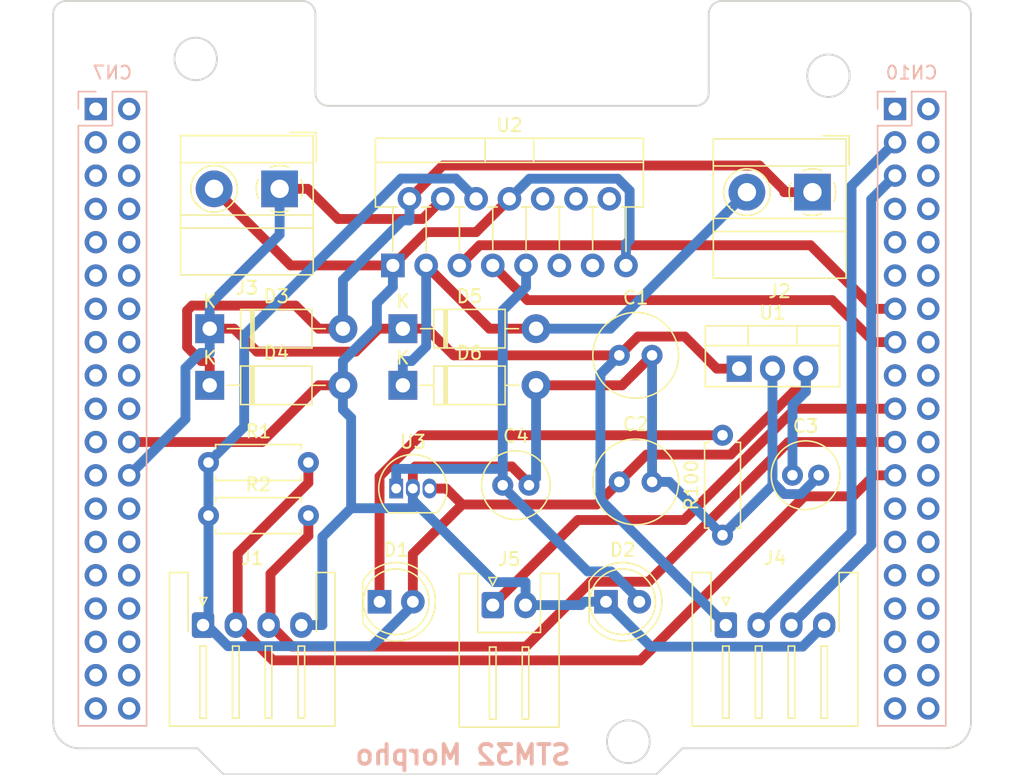
<source format=kicad_pcb>
(kicad_pcb (version 20171130) (host pcbnew "(5.1.6)-1")

  (general
    (thickness 1.6)
    (drawings 25)
    (tracks 189)
    (zones 0)
    (modules 23)
    (nets 87)
  )

  (page A4)
  (layers
    (0 F.Cu signal)
    (31 B.Cu signal)
    (32 B.Adhes user)
    (33 F.Adhes user)
    (34 B.Paste user)
    (35 F.Paste user)
    (36 B.SilkS user)
    (37 F.SilkS user)
    (38 B.Mask user)
    (39 F.Mask user)
    (40 Dwgs.User user)
    (41 Cmts.User user)
    (42 Eco1.User user)
    (43 Eco2.User user)
    (44 Edge.Cuts user)
    (45 Margin user)
    (46 B.CrtYd user)
    (47 F.CrtYd user)
    (48 B.Fab user)
    (49 F.Fab user)
  )

  (setup
    (last_trace_width 0.75)
    (trace_clearance 0.25)
    (zone_clearance 0.508)
    (zone_45_only no)
    (trace_min 0.2)
    (via_size 0.6)
    (via_drill 0.4)
    (via_min_size 0.4)
    (via_min_drill 0.3)
    (uvia_size 0.3)
    (uvia_drill 0.1)
    (uvias_allowed no)
    (uvia_min_size 0.2)
    (uvia_min_drill 0.1)
    (edge_width 0.15)
    (segment_width 0.2)
    (pcb_text_width 0.3)
    (pcb_text_size 1.5 1.5)
    (mod_edge_width 0.15)
    (mod_text_size 1 1)
    (mod_text_width 0.15)
    (pad_size 1.524 1.524)
    (pad_drill 0.762)
    (pad_to_mask_clearance 0.2)
    (aux_axis_origin 130 120)
    (grid_origin 75.39 86.726)
    (visible_elements 7FFFFFFF)
    (pcbplotparams
      (layerselection 0x00030_ffffffff)
      (usegerberextensions false)
      (usegerberattributes true)
      (usegerberadvancedattributes true)
      (creategerberjobfile true)
      (excludeedgelayer true)
      (linewidth 0.100000)
      (plotframeref false)
      (viasonmask false)
      (mode 1)
      (useauxorigin false)
      (hpglpennumber 1)
      (hpglpenspeed 20)
      (hpglpendiameter 15.000000)
      (psnegative false)
      (psa4output false)
      (plotreference true)
      (plotvalue true)
      (plotinvisibletext false)
      (padsonsilk false)
      (subtractmaskfromsilk false)
      (outputformat 4)
      (mirror false)
      (drillshape 1)
      (scaleselection 1)
      (outputdirectory ""))
  )

  (net 0 "")
  (net 1 "Net-(CN7-Pad1)")
  (net 2 "Net-(CN7-Pad2)")
  (net 3 "Net-(CN7-Pad3)")
  (net 4 "Net-(CN7-Pad4)")
  (net 5 "Net-(CN7-Pad5)")
  (net 6 "Net-(CN7-Pad6)")
  (net 7 "Net-(CN7-Pad7)")
  (net 8 "Net-(CN7-Pad8)")
  (net 9 "Net-(CN7-Pad9)")
  (net 10 "Net-(CN7-Pad10)")
  (net 11 "Net-(CN7-Pad11)")
  (net 12 "Net-(CN7-Pad12)")
  (net 13 "Net-(CN7-Pad13)")
  (net 14 "Net-(CN7-Pad14)")
  (net 15 "Net-(CN7-Pad15)")
  (net 16 "Net-(CN7-Pad17)")
  (net 17 "Net-(CN7-Pad19)")
  (net 18 "Net-(CN7-Pad21)")
  (net 19 "Net-(CN7-Pad23)")
  (net 20 "Net-(CN7-Pad25)")
  (net 21 "Net-(CN7-Pad26)")
  (net 22 "Net-(CN7-Pad27)")
  (net 23 "Net-(CN7-Pad28)")
  (net 24 "Net-(CN7-Pad29)")
  (net 25 "Net-(CN7-Pad30)")
  (net 26 "Net-(CN7-Pad31)")
  (net 27 "Net-(CN7-Pad32)")
  (net 28 "Net-(CN7-Pad33)")
  (net 29 "Net-(CN7-Pad34)")
  (net 30 "Net-(CN7-Pad35)")
  (net 31 "Net-(CN7-Pad36)")
  (net 32 "Net-(CN7-Pad37)")
  (net 33 "Net-(CN7-Pad38)")
  (net 34 "Net-(CN10-Pad4)")
  (net 35 "Net-(CN10-Pad6)")
  (net 36 "Net-(CN10-Pad7)")
  (net 37 "Net-(CN10-Pad8)")
  (net 38 "Net-(CN10-Pad9)")
  (net 39 "Net-(CN10-Pad10)")
  (net 40 "Net-(CN10-Pad11)")
  (net 41 "Net-(CN10-Pad12)")
  (net 42 "Net-(CN10-Pad14)")
  (net 43 "Net-(CN10-Pad16)")
  (net 44 "Net-(CN10-Pad17)")
  (net 45 "Net-(CN10-Pad18)")
  (net 46 "Net-(CN10-Pad20)")
  (net 47 "Net-(CN10-Pad22)")
  (net 48 "Net-(CN10-Pad24)")
  (net 49 "Net-(CN10-Pad25)")
  (net 50 "Net-(CN10-Pad26)")
  (net 51 "Net-(CN10-Pad27)")
  (net 52 "Net-(CN10-Pad28)")
  (net 53 "Net-(CN10-Pad29)")
  (net 54 "Net-(CN10-Pad30)")
  (net 55 "Net-(CN10-Pad31)")
  (net 56 "Net-(CN10-Pad32)")
  (net 57 "Net-(CN10-Pad33)")
  (net 58 "Net-(CN10-Pad34)")
  (net 59 "Net-(CN10-Pad35)")
  (net 60 "Net-(CN10-Pad36)")
  (net 61 "Net-(CN10-Pad37)")
  (net 62 "Net-(CN10-Pad38)")
  (net 63 GND)
  (net 64 +5V)
  (net 65 /enc_a)
  (net 66 /enc_b)
  (net 67 "Net-(CN7-Pad20)")
  (net 68 +3V3)
  (net 69 +12V)
  (net 70 "Net-(U2-Pad14)")
  (net 71 "Net-(U2-Pad13)")
  (net 72 "Net-(U2-Pad12)")
  (net 73 "Net-(U2-Pad11)")
  (net 74 "Net-(U2-Pad10)")
  (net 75 "Net-(CN7-Pad18)")
  (net 76 "Net-(CN7-Pad16)")
  (net 77 /limit_switch)
  (net 78 /motor_pwm2)
  (net 79 /motor_pwm1)
  (net 80 /I2C_SDA)
  (net 81 /I2C_SCL)
  (net 82 "Net-(CN10-Pad2)")
  (net 83 "Net-(CN10-Pad1)")
  (net 84 "Net-(D1-Pad1)")
  (net 85 "Net-(D3-Pad2)")
  (net 86 "Net-(D5-Pad2)")

  (net_class Default "This is the default net class."
    (clearance 0.25)
    (trace_width 0.75)
    (via_dia 0.6)
    (via_drill 0.4)
    (uvia_dia 0.3)
    (uvia_drill 0.1)
    (add_net +3V3)
    (add_net +5V)
    (add_net /I2C_SCL)
    (add_net /I2C_SDA)
    (add_net /enc_a)
    (add_net /enc_b)
    (add_net /limit_switch)
    (add_net /motor_pwm1)
    (add_net /motor_pwm2)
    (add_net "Net-(CN10-Pad1)")
    (add_net "Net-(CN10-Pad10)")
    (add_net "Net-(CN10-Pad11)")
    (add_net "Net-(CN10-Pad12)")
    (add_net "Net-(CN10-Pad14)")
    (add_net "Net-(CN10-Pad16)")
    (add_net "Net-(CN10-Pad17)")
    (add_net "Net-(CN10-Pad18)")
    (add_net "Net-(CN10-Pad2)")
    (add_net "Net-(CN10-Pad20)")
    (add_net "Net-(CN10-Pad22)")
    (add_net "Net-(CN10-Pad24)")
    (add_net "Net-(CN10-Pad25)")
    (add_net "Net-(CN10-Pad26)")
    (add_net "Net-(CN10-Pad27)")
    (add_net "Net-(CN10-Pad28)")
    (add_net "Net-(CN10-Pad29)")
    (add_net "Net-(CN10-Pad30)")
    (add_net "Net-(CN10-Pad31)")
    (add_net "Net-(CN10-Pad32)")
    (add_net "Net-(CN10-Pad33)")
    (add_net "Net-(CN10-Pad34)")
    (add_net "Net-(CN10-Pad35)")
    (add_net "Net-(CN10-Pad36)")
    (add_net "Net-(CN10-Pad37)")
    (add_net "Net-(CN10-Pad38)")
    (add_net "Net-(CN10-Pad4)")
    (add_net "Net-(CN10-Pad6)")
    (add_net "Net-(CN10-Pad7)")
    (add_net "Net-(CN10-Pad8)")
    (add_net "Net-(CN10-Pad9)")
    (add_net "Net-(CN7-Pad1)")
    (add_net "Net-(CN7-Pad10)")
    (add_net "Net-(CN7-Pad11)")
    (add_net "Net-(CN7-Pad12)")
    (add_net "Net-(CN7-Pad13)")
    (add_net "Net-(CN7-Pad14)")
    (add_net "Net-(CN7-Pad15)")
    (add_net "Net-(CN7-Pad16)")
    (add_net "Net-(CN7-Pad17)")
    (add_net "Net-(CN7-Pad18)")
    (add_net "Net-(CN7-Pad19)")
    (add_net "Net-(CN7-Pad2)")
    (add_net "Net-(CN7-Pad20)")
    (add_net "Net-(CN7-Pad21)")
    (add_net "Net-(CN7-Pad23)")
    (add_net "Net-(CN7-Pad25)")
    (add_net "Net-(CN7-Pad26)")
    (add_net "Net-(CN7-Pad27)")
    (add_net "Net-(CN7-Pad28)")
    (add_net "Net-(CN7-Pad29)")
    (add_net "Net-(CN7-Pad3)")
    (add_net "Net-(CN7-Pad30)")
    (add_net "Net-(CN7-Pad31)")
    (add_net "Net-(CN7-Pad32)")
    (add_net "Net-(CN7-Pad33)")
    (add_net "Net-(CN7-Pad34)")
    (add_net "Net-(CN7-Pad35)")
    (add_net "Net-(CN7-Pad36)")
    (add_net "Net-(CN7-Pad37)")
    (add_net "Net-(CN7-Pad38)")
    (add_net "Net-(CN7-Pad4)")
    (add_net "Net-(CN7-Pad5)")
    (add_net "Net-(CN7-Pad6)")
    (add_net "Net-(CN7-Pad7)")
    (add_net "Net-(CN7-Pad8)")
    (add_net "Net-(CN7-Pad9)")
    (add_net "Net-(D1-Pad1)")
    (add_net "Net-(D3-Pad2)")
    (add_net "Net-(D5-Pad2)")
    (add_net "Net-(U2-Pad10)")
    (add_net "Net-(U2-Pad11)")
    (add_net "Net-(U2-Pad12)")
    (add_net "Net-(U2-Pad13)")
    (add_net "Net-(U2-Pad14)")
  )

  (net_class High_current ""
    (clearance 0.25)
    (trace_width 0.75)
    (via_dia 0.6)
    (via_drill 0.4)
    (uvia_dia 0.3)
    (uvia_drill 0.1)
    (add_net +12V)
    (add_net GND)
  )

  (module Package_TO_SOT_THT:TO-92_Inline (layer F.Cu) (tedit 5A1DD157) (tstamp 60E363F5)
    (at 156.162 100.188)
    (descr "TO-92 leads in-line, narrow, oval pads, drill 0.75mm (see NXP sot054_po.pdf)")
    (tags "to-92 sc-43 sc-43a sot54 PA33 transistor")
    (path /60B29B24)
    (fp_text reference U3 (at 1.27 -3.56) (layer F.SilkS)
      (effects (font (size 1 1) (thickness 0.15)))
    )
    (fp_text value LP2950-3.3_TO92 (at 1.27 2.79) (layer F.Fab)
      (effects (font (size 1 1) (thickness 0.15)))
    )
    (fp_arc (start 1.27 0) (end 1.27 -2.6) (angle 135) (layer F.SilkS) (width 0.12))
    (fp_arc (start 1.27 0) (end 1.27 -2.48) (angle -135) (layer F.Fab) (width 0.1))
    (fp_arc (start 1.27 0) (end 1.27 -2.6) (angle -135) (layer F.SilkS) (width 0.12))
    (fp_arc (start 1.27 0) (end 1.27 -2.48) (angle 135) (layer F.Fab) (width 0.1))
    (fp_text user %R (at 1.27 -3.56) (layer F.Fab)
      (effects (font (size 1 1) (thickness 0.15)))
    )
    (fp_line (start -0.53 1.85) (end 3.07 1.85) (layer F.SilkS) (width 0.12))
    (fp_line (start -0.5 1.75) (end 3 1.75) (layer F.Fab) (width 0.1))
    (fp_line (start -1.46 -2.73) (end 4 -2.73) (layer F.CrtYd) (width 0.05))
    (fp_line (start -1.46 -2.73) (end -1.46 2.01) (layer F.CrtYd) (width 0.05))
    (fp_line (start 4 2.01) (end 4 -2.73) (layer F.CrtYd) (width 0.05))
    (fp_line (start 4 2.01) (end -1.46 2.01) (layer F.CrtYd) (width 0.05))
    (pad 1 thru_hole rect (at 0 0) (size 1.05 1.5) (drill 0.75) (layers *.Cu *.Mask)
      (net 68 +3V3))
    (pad 3 thru_hole oval (at 2.54 0) (size 1.05 1.5) (drill 0.75) (layers *.Cu *.Mask)
      (net 64 +5V))
    (pad 2 thru_hole oval (at 1.27 0) (size 1.05 1.5) (drill 0.75) (layers *.Cu *.Mask)
      (net 63 GND))
    (model ${KISYS3DMOD}/Package_TO_SOT_THT.3dshapes/TO-92_Inline.wrl
      (at (xyz 0 0 0))
      (scale (xyz 1 1 1))
      (rotate (xyz 0 0 0))
    )
  )

  (module Package_TO_SOT_THT:TO-220-3_Vertical (layer F.Cu) (tedit 5AC8BA0D) (tstamp 60E3636B)
    (at 182.324 91.044)
    (descr "TO-220-3, Vertical, RM 2.54mm, see https://www.vishay.com/docs/66542/to-220-1.pdf")
    (tags "TO-220-3 Vertical RM 2.54mm")
    (path /60B718FD)
    (fp_text reference U1 (at 2.54 -4.27) (layer F.SilkS)
      (effects (font (size 1 1) (thickness 0.15)))
    )
    (fp_text value LM7805_TO220 (at 2.54 2.5) (layer F.Fab)
      (effects (font (size 1 1) (thickness 0.15)))
    )
    (fp_text user %R (at 2.54 -4.27) (layer F.Fab)
      (effects (font (size 1 1) (thickness 0.15)))
    )
    (fp_line (start -2.46 -3.15) (end -2.46 1.25) (layer F.Fab) (width 0.1))
    (fp_line (start -2.46 1.25) (end 7.54 1.25) (layer F.Fab) (width 0.1))
    (fp_line (start 7.54 1.25) (end 7.54 -3.15) (layer F.Fab) (width 0.1))
    (fp_line (start 7.54 -3.15) (end -2.46 -3.15) (layer F.Fab) (width 0.1))
    (fp_line (start -2.46 -1.88) (end 7.54 -1.88) (layer F.Fab) (width 0.1))
    (fp_line (start 0.69 -3.15) (end 0.69 -1.88) (layer F.Fab) (width 0.1))
    (fp_line (start 4.39 -3.15) (end 4.39 -1.88) (layer F.Fab) (width 0.1))
    (fp_line (start -2.58 -3.27) (end 7.66 -3.27) (layer F.SilkS) (width 0.12))
    (fp_line (start -2.58 1.371) (end 7.66 1.371) (layer F.SilkS) (width 0.12))
    (fp_line (start -2.58 -3.27) (end -2.58 1.371) (layer F.SilkS) (width 0.12))
    (fp_line (start 7.66 -3.27) (end 7.66 1.371) (layer F.SilkS) (width 0.12))
    (fp_line (start -2.58 -1.76) (end 7.66 -1.76) (layer F.SilkS) (width 0.12))
    (fp_line (start 0.69 -3.27) (end 0.69 -1.76) (layer F.SilkS) (width 0.12))
    (fp_line (start 4.391 -3.27) (end 4.391 -1.76) (layer F.SilkS) (width 0.12))
    (fp_line (start -2.71 -3.4) (end -2.71 1.51) (layer F.CrtYd) (width 0.05))
    (fp_line (start -2.71 1.51) (end 7.79 1.51) (layer F.CrtYd) (width 0.05))
    (fp_line (start 7.79 1.51) (end 7.79 -3.4) (layer F.CrtYd) (width 0.05))
    (fp_line (start 7.79 -3.4) (end -2.71 -3.4) (layer F.CrtYd) (width 0.05))
    (pad 3 thru_hole oval (at 5.08 0) (size 1.905 2) (drill 1.1) (layers *.Cu *.Mask)
      (net 64 +5V))
    (pad 2 thru_hole oval (at 2.54 0) (size 1.905 2) (drill 1.1) (layers *.Cu *.Mask)
      (net 63 GND))
    (pad 1 thru_hole rect (at 0 0) (size 1.905 2) (drill 1.1) (layers *.Cu *.Mask)
      (net 69 +12V))
    (model ${KISYS3DMOD}/Package_TO_SOT_THT.3dshapes/TO-220-3_Vertical.wrl
      (at (xyz 0 0 0))
      (scale (xyz 1 1 1))
      (rotate (xyz 0 0 0))
    )
  )

  (module Resistor_THT:R_Axial_DIN0207_L6.3mm_D2.5mm_P7.62mm_Horizontal (layer F.Cu) (tedit 5AE5139B) (tstamp 60E36351)
    (at 181.054 103.744 90)
    (descr "Resistor, Axial_DIN0207 series, Axial, Horizontal, pin pitch=7.62mm, 0.25W = 1/4W, length*diameter=6.3*2.5mm^2, http://cdn-reichelt.de/documents/datenblatt/B400/1_4W%23YAG.pdf")
    (tags "Resistor Axial_DIN0207 series Axial Horizontal pin pitch 7.62mm 0.25W = 1/4W length 6.3mm diameter 2.5mm")
    (path /60B173E6)
    (fp_text reference R100 (at 3.81 -2.37 90) (layer F.SilkS)
      (effects (font (size 1 1) (thickness 0.15)))
    )
    (fp_text value R (at 3.81 2.37 90) (layer F.Fab)
      (effects (font (size 1 1) (thickness 0.15)))
    )
    (fp_text user %R (at 3.81 0 90) (layer F.Fab)
      (effects (font (size 1 1) (thickness 0.15)))
    )
    (fp_line (start 0.66 -1.25) (end 0.66 1.25) (layer F.Fab) (width 0.1))
    (fp_line (start 0.66 1.25) (end 6.96 1.25) (layer F.Fab) (width 0.1))
    (fp_line (start 6.96 1.25) (end 6.96 -1.25) (layer F.Fab) (width 0.1))
    (fp_line (start 6.96 -1.25) (end 0.66 -1.25) (layer F.Fab) (width 0.1))
    (fp_line (start 0 0) (end 0.66 0) (layer F.Fab) (width 0.1))
    (fp_line (start 7.62 0) (end 6.96 0) (layer F.Fab) (width 0.1))
    (fp_line (start 0.54 -1.04) (end 0.54 -1.37) (layer F.SilkS) (width 0.12))
    (fp_line (start 0.54 -1.37) (end 7.08 -1.37) (layer F.SilkS) (width 0.12))
    (fp_line (start 7.08 -1.37) (end 7.08 -1.04) (layer F.SilkS) (width 0.12))
    (fp_line (start 0.54 1.04) (end 0.54 1.37) (layer F.SilkS) (width 0.12))
    (fp_line (start 0.54 1.37) (end 7.08 1.37) (layer F.SilkS) (width 0.12))
    (fp_line (start 7.08 1.37) (end 7.08 1.04) (layer F.SilkS) (width 0.12))
    (fp_line (start -1.05 -1.5) (end -1.05 1.5) (layer F.CrtYd) (width 0.05))
    (fp_line (start -1.05 1.5) (end 8.67 1.5) (layer F.CrtYd) (width 0.05))
    (fp_line (start 8.67 1.5) (end 8.67 -1.5) (layer F.CrtYd) (width 0.05))
    (fp_line (start 8.67 -1.5) (end -1.05 -1.5) (layer F.CrtYd) (width 0.05))
    (pad 2 thru_hole oval (at 7.62 0 90) (size 1.6 1.6) (drill 0.8) (layers *.Cu *.Mask)
      (net 84 "Net-(D1-Pad1)"))
    (pad 1 thru_hole circle (at 0 0 90) (size 1.6 1.6) (drill 0.8) (layers *.Cu *.Mask)
      (net 63 GND))
    (model ${KISYS3DMOD}/Resistor_THT.3dshapes/R_Axial_DIN0207_L6.3mm_D2.5mm_P7.62mm_Horizontal.wrl
      (at (xyz 0 0 0))
      (scale (xyz 1 1 1))
      (rotate (xyz 0 0 0))
    )
  )

  (module Connector_JST:JST_XH_S2B-XH-A_1x02_P2.50mm_Horizontal (layer F.Cu) (tedit 5C281475) (tstamp 60E362E2)
    (at 163.528 109.078)
    (descr "JST XH series connector, S2B-XH-A (http://www.jst-mfg.com/product/pdf/eng/eXH.pdf), generated with kicad-footprint-generator")
    (tags "connector JST XH horizontal")
    (path /60E43733)
    (fp_text reference J5 (at 1.25 -3.5) (layer F.SilkS)
      (effects (font (size 1 1) (thickness 0.15)))
    )
    (fp_text value Conn_01x02 (at 1.25 10.4) (layer F.Fab)
      (effects (font (size 1 1) (thickness 0.15)))
    )
    (fp_text user %R (at 1.25 3.45) (layer F.Fab)
      (effects (font (size 1 1) (thickness 0.15)))
    )
    (fp_line (start -2.95 -2.8) (end -2.95 9.7) (layer F.CrtYd) (width 0.05))
    (fp_line (start -2.95 9.7) (end 5.45 9.7) (layer F.CrtYd) (width 0.05))
    (fp_line (start 5.45 9.7) (end 5.45 -2.8) (layer F.CrtYd) (width 0.05))
    (fp_line (start 5.45 -2.8) (end -2.95 -2.8) (layer F.CrtYd) (width 0.05))
    (fp_line (start 1.25 9.31) (end -2.56 9.31) (layer F.SilkS) (width 0.12))
    (fp_line (start -2.56 9.31) (end -2.56 -2.41) (layer F.SilkS) (width 0.12))
    (fp_line (start -2.56 -2.41) (end -1.14 -2.41) (layer F.SilkS) (width 0.12))
    (fp_line (start -1.14 -2.41) (end -1.14 2.09) (layer F.SilkS) (width 0.12))
    (fp_line (start -1.14 2.09) (end 1.25 2.09) (layer F.SilkS) (width 0.12))
    (fp_line (start 1.25 9.31) (end 5.06 9.31) (layer F.SilkS) (width 0.12))
    (fp_line (start 5.06 9.31) (end 5.06 -2.41) (layer F.SilkS) (width 0.12))
    (fp_line (start 5.06 -2.41) (end 3.64 -2.41) (layer F.SilkS) (width 0.12))
    (fp_line (start 3.64 -2.41) (end 3.64 2.09) (layer F.SilkS) (width 0.12))
    (fp_line (start 3.64 2.09) (end 1.25 2.09) (layer F.SilkS) (width 0.12))
    (fp_line (start 1.25 9.2) (end -2.45 9.2) (layer F.Fab) (width 0.1))
    (fp_line (start -2.45 9.2) (end -2.45 -2.3) (layer F.Fab) (width 0.1))
    (fp_line (start -2.45 -2.3) (end -1.25 -2.3) (layer F.Fab) (width 0.1))
    (fp_line (start -1.25 -2.3) (end -1.25 2.2) (layer F.Fab) (width 0.1))
    (fp_line (start -1.25 2.2) (end 1.25 2.2) (layer F.Fab) (width 0.1))
    (fp_line (start 1.25 9.2) (end 4.95 9.2) (layer F.Fab) (width 0.1))
    (fp_line (start 4.95 9.2) (end 4.95 -2.3) (layer F.Fab) (width 0.1))
    (fp_line (start 4.95 -2.3) (end 3.75 -2.3) (layer F.Fab) (width 0.1))
    (fp_line (start 3.75 -2.3) (end 3.75 2.2) (layer F.Fab) (width 0.1))
    (fp_line (start 3.75 2.2) (end 1.25 2.2) (layer F.Fab) (width 0.1))
    (fp_line (start -0.25 3.2) (end -0.25 8.7) (layer F.SilkS) (width 0.12))
    (fp_line (start -0.25 8.7) (end 0.25 8.7) (layer F.SilkS) (width 0.12))
    (fp_line (start 0.25 8.7) (end 0.25 3.2) (layer F.SilkS) (width 0.12))
    (fp_line (start 0.25 3.2) (end -0.25 3.2) (layer F.SilkS) (width 0.12))
    (fp_line (start 2.25 3.2) (end 2.25 8.7) (layer F.SilkS) (width 0.12))
    (fp_line (start 2.25 8.7) (end 2.75 8.7) (layer F.SilkS) (width 0.12))
    (fp_line (start 2.75 8.7) (end 2.75 3.2) (layer F.SilkS) (width 0.12))
    (fp_line (start 2.75 3.2) (end 2.25 3.2) (layer F.SilkS) (width 0.12))
    (fp_line (start 0 -1.5) (end -0.3 -2.1) (layer F.SilkS) (width 0.12))
    (fp_line (start -0.3 -2.1) (end 0.3 -2.1) (layer F.SilkS) (width 0.12))
    (fp_line (start 0.3 -2.1) (end 0 -1.5) (layer F.SilkS) (width 0.12))
    (fp_line (start -0.625 2.2) (end 0 1.2) (layer F.Fab) (width 0.1))
    (fp_line (start 0 1.2) (end 0.625 2.2) (layer F.Fab) (width 0.1))
    (pad 2 thru_hole oval (at 2.5 0) (size 1.7 2) (drill 1) (layers *.Cu *.Mask)
      (net 63 GND))
    (pad 1 thru_hole roundrect (at 0 0) (size 1.7 2) (drill 1) (layers *.Cu *.Mask) (roundrect_rratio 0.147059)
      (net 77 /limit_switch))
    (model ${KISYS3DMOD}/Connector_JST.3dshapes/JST_XH_S2B-XH-A_1x02_P2.50mm_Horizontal.wrl
      (at (xyz 0 0 0))
      (scale (xyz 1 1 1))
      (rotate (xyz 0 0 0))
    )
  )

  (module Connector_JST:JST_XH_S4B-XH-A-1_1x04_P2.50mm_Horizontal (layer F.Cu) (tedit 5C281476) (tstamp 60E362B6)
    (at 181.308 110.602)
    (descr "JST XH series connector, S4B-XH-A-1 (http://www.jst-mfg.com/product/pdf/eng/eXH.pdf), generated with kicad-footprint-generator")
    (tags "connector JST XH horizontal")
    (path /60E366CD)
    (fp_text reference J4 (at 3.75 -5.1) (layer F.SilkS)
      (effects (font (size 1 1) (thickness 0.15)))
    )
    (fp_text value Conn_01x04 (at 3.75 8.8) (layer F.Fab)
      (effects (font (size 1 1) (thickness 0.15)))
    )
    (fp_text user %R (at 3.75 1.85) (layer F.Fab)
      (effects (font (size 1 1) (thickness 0.15)))
    )
    (fp_line (start -2.95 -4.4) (end -2.95 8.1) (layer F.CrtYd) (width 0.05))
    (fp_line (start -2.95 8.1) (end 10.45 8.1) (layer F.CrtYd) (width 0.05))
    (fp_line (start 10.45 8.1) (end 10.45 -4.4) (layer F.CrtYd) (width 0.05))
    (fp_line (start 10.45 -4.4) (end -2.95 -4.4) (layer F.CrtYd) (width 0.05))
    (fp_line (start 3.75 7.71) (end -2.56 7.71) (layer F.SilkS) (width 0.12))
    (fp_line (start -2.56 7.71) (end -2.56 -4.01) (layer F.SilkS) (width 0.12))
    (fp_line (start -2.56 -4.01) (end -1.14 -4.01) (layer F.SilkS) (width 0.12))
    (fp_line (start -1.14 -4.01) (end -1.14 0.49) (layer F.SilkS) (width 0.12))
    (fp_line (start 3.75 7.71) (end 10.06 7.71) (layer F.SilkS) (width 0.12))
    (fp_line (start 10.06 7.71) (end 10.06 -4.01) (layer F.SilkS) (width 0.12))
    (fp_line (start 10.06 -4.01) (end 8.64 -4.01) (layer F.SilkS) (width 0.12))
    (fp_line (start 8.64 -4.01) (end 8.64 0.49) (layer F.SilkS) (width 0.12))
    (fp_line (start 3.75 7.6) (end -2.45 7.6) (layer F.Fab) (width 0.1))
    (fp_line (start -2.45 7.6) (end -2.45 -3.9) (layer F.Fab) (width 0.1))
    (fp_line (start -2.45 -3.9) (end -1.25 -3.9) (layer F.Fab) (width 0.1))
    (fp_line (start -1.25 -3.9) (end -1.25 0.6) (layer F.Fab) (width 0.1))
    (fp_line (start -1.25 0.6) (end 3.75 0.6) (layer F.Fab) (width 0.1))
    (fp_line (start 3.75 7.6) (end 9.95 7.6) (layer F.Fab) (width 0.1))
    (fp_line (start 9.95 7.6) (end 9.95 -3.9) (layer F.Fab) (width 0.1))
    (fp_line (start 9.95 -3.9) (end 8.75 -3.9) (layer F.Fab) (width 0.1))
    (fp_line (start 8.75 -3.9) (end 8.75 0.6) (layer F.Fab) (width 0.1))
    (fp_line (start 8.75 0.6) (end 3.75 0.6) (layer F.Fab) (width 0.1))
    (fp_line (start -0.25 1.6) (end -0.25 7.1) (layer F.SilkS) (width 0.12))
    (fp_line (start -0.25 7.1) (end 0.25 7.1) (layer F.SilkS) (width 0.12))
    (fp_line (start 0.25 7.1) (end 0.25 1.6) (layer F.SilkS) (width 0.12))
    (fp_line (start 0.25 1.6) (end -0.25 1.6) (layer F.SilkS) (width 0.12))
    (fp_line (start 2.25 1.6) (end 2.25 7.1) (layer F.SilkS) (width 0.12))
    (fp_line (start 2.25 7.1) (end 2.75 7.1) (layer F.SilkS) (width 0.12))
    (fp_line (start 2.75 7.1) (end 2.75 1.6) (layer F.SilkS) (width 0.12))
    (fp_line (start 2.75 1.6) (end 2.25 1.6) (layer F.SilkS) (width 0.12))
    (fp_line (start 4.75 1.6) (end 4.75 7.1) (layer F.SilkS) (width 0.12))
    (fp_line (start 4.75 7.1) (end 5.25 7.1) (layer F.SilkS) (width 0.12))
    (fp_line (start 5.25 7.1) (end 5.25 1.6) (layer F.SilkS) (width 0.12))
    (fp_line (start 5.25 1.6) (end 4.75 1.6) (layer F.SilkS) (width 0.12))
    (fp_line (start 7.25 1.6) (end 7.25 7.1) (layer F.SilkS) (width 0.12))
    (fp_line (start 7.25 7.1) (end 7.75 7.1) (layer F.SilkS) (width 0.12))
    (fp_line (start 7.75 7.1) (end 7.75 1.6) (layer F.SilkS) (width 0.12))
    (fp_line (start 7.75 1.6) (end 7.25 1.6) (layer F.SilkS) (width 0.12))
    (fp_line (start 0 -1.5) (end -0.3 -2.1) (layer F.SilkS) (width 0.12))
    (fp_line (start -0.3 -2.1) (end 0.3 -2.1) (layer F.SilkS) (width 0.12))
    (fp_line (start 0.3 -2.1) (end 0 -1.5) (layer F.SilkS) (width 0.12))
    (fp_line (start -0.625 0.6) (end 0 -0.4) (layer F.Fab) (width 0.1))
    (fp_line (start 0 -0.4) (end 0.625 0.6) (layer F.Fab) (width 0.1))
    (pad 4 thru_hole oval (at 7.5 0) (size 1.7 1.95) (drill 0.95) (layers *.Cu *.Mask)
      (net 63 GND))
    (pad 3 thru_hole oval (at 5 0) (size 1.7 1.95) (drill 0.95) (layers *.Cu *.Mask)
      (net 80 /I2C_SDA))
    (pad 2 thru_hole oval (at 2.5 0) (size 1.7 1.95) (drill 0.95) (layers *.Cu *.Mask)
      (net 81 /I2C_SCL))
    (pad 1 thru_hole roundrect (at 0 0) (size 1.7 1.95) (drill 0.95) (layers *.Cu *.Mask) (roundrect_rratio 0.147059)
      (net 69 +12V))
    (model ${KISYS3DMOD}/Connector_JST.3dshapes/JST_XH_S4B-XH-A-1_1x04_P2.50mm_Horizontal.wrl
      (at (xyz 0 0 0))
      (scale (xyz 1 1 1))
      (rotate (xyz 0 0 0))
    )
  )

  (module Diode_THT:D_DO-41_SOD81_P10.16mm_Horizontal (layer F.Cu) (tedit 5AE50CD5) (tstamp 60E36170)
    (at 156.67 92.314)
    (descr "Diode, DO-41_SOD81 series, Axial, Horizontal, pin pitch=10.16mm, , length*diameter=5.2*2.7mm^2, , http://www.diodes.com/_files/packages/DO-41%20(Plastic).pdf")
    (tags "Diode DO-41_SOD81 series Axial Horizontal pin pitch 10.16mm  length 5.2mm diameter 2.7mm")
    (path /60AD40E8)
    (fp_text reference D6 (at 5.08 -2.47) (layer F.SilkS)
      (effects (font (size 1 1) (thickness 0.15)))
    )
    (fp_text value 1N4007 (at 5.08 2.47) (layer F.Fab)
      (effects (font (size 1 1) (thickness 0.15)))
    )
    (fp_text user K (at 0 -2.1) (layer F.SilkS)
      (effects (font (size 1 1) (thickness 0.15)))
    )
    (fp_text user K (at 0 -2.1) (layer F.Fab)
      (effects (font (size 1 1) (thickness 0.15)))
    )
    (fp_text user %R (at 5.47 0) (layer F.Fab)
      (effects (font (size 1 1) (thickness 0.15)))
    )
    (fp_line (start 2.48 -1.35) (end 2.48 1.35) (layer F.Fab) (width 0.1))
    (fp_line (start 2.48 1.35) (end 7.68 1.35) (layer F.Fab) (width 0.1))
    (fp_line (start 7.68 1.35) (end 7.68 -1.35) (layer F.Fab) (width 0.1))
    (fp_line (start 7.68 -1.35) (end 2.48 -1.35) (layer F.Fab) (width 0.1))
    (fp_line (start 0 0) (end 2.48 0) (layer F.Fab) (width 0.1))
    (fp_line (start 10.16 0) (end 7.68 0) (layer F.Fab) (width 0.1))
    (fp_line (start 3.26 -1.35) (end 3.26 1.35) (layer F.Fab) (width 0.1))
    (fp_line (start 3.36 -1.35) (end 3.36 1.35) (layer F.Fab) (width 0.1))
    (fp_line (start 3.16 -1.35) (end 3.16 1.35) (layer F.Fab) (width 0.1))
    (fp_line (start 2.36 -1.47) (end 2.36 1.47) (layer F.SilkS) (width 0.12))
    (fp_line (start 2.36 1.47) (end 7.8 1.47) (layer F.SilkS) (width 0.12))
    (fp_line (start 7.8 1.47) (end 7.8 -1.47) (layer F.SilkS) (width 0.12))
    (fp_line (start 7.8 -1.47) (end 2.36 -1.47) (layer F.SilkS) (width 0.12))
    (fp_line (start 1.34 0) (end 2.36 0) (layer F.SilkS) (width 0.12))
    (fp_line (start 8.82 0) (end 7.8 0) (layer F.SilkS) (width 0.12))
    (fp_line (start 3.26 -1.47) (end 3.26 1.47) (layer F.SilkS) (width 0.12))
    (fp_line (start 3.38 -1.47) (end 3.38 1.47) (layer F.SilkS) (width 0.12))
    (fp_line (start 3.14 -1.47) (end 3.14 1.47) (layer F.SilkS) (width 0.12))
    (fp_line (start -1.35 -1.6) (end -1.35 1.6) (layer F.CrtYd) (width 0.05))
    (fp_line (start -1.35 1.6) (end 11.51 1.6) (layer F.CrtYd) (width 0.05))
    (fp_line (start 11.51 1.6) (end 11.51 -1.6) (layer F.CrtYd) (width 0.05))
    (fp_line (start 11.51 -1.6) (end -1.35 -1.6) (layer F.CrtYd) (width 0.05))
    (pad 2 thru_hole oval (at 10.16 0) (size 2.2 2.2) (drill 1.1) (layers *.Cu *.Mask)
      (net 63 GND))
    (pad 1 thru_hole rect (at 0 0) (size 2.2 2.2) (drill 1.1) (layers *.Cu *.Mask)
      (net 86 "Net-(D5-Pad2)"))
    (model ${KISYS3DMOD}/Diode_THT.3dshapes/D_DO-41_SOD81_P10.16mm_Horizontal.wrl
      (at (xyz 0 0 0))
      (scale (xyz 1 1 1))
      (rotate (xyz 0 0 0))
    )
  )

  (module Diode_THT:D_DO-41_SOD81_P10.16mm_Horizontal (layer F.Cu) (tedit 5AE50CD5) (tstamp 60E36151)
    (at 156.67 87.996)
    (descr "Diode, DO-41_SOD81 series, Axial, Horizontal, pin pitch=10.16mm, , length*diameter=5.2*2.7mm^2, , http://www.diodes.com/_files/packages/DO-41%20(Plastic).pdf")
    (tags "Diode DO-41_SOD81 series Axial Horizontal pin pitch 10.16mm  length 5.2mm diameter 2.7mm")
    (path /60AD1988)
    (fp_text reference D5 (at 5.08 -2.47) (layer F.SilkS)
      (effects (font (size 1 1) (thickness 0.15)))
    )
    (fp_text value 1N4007 (at 5.08 2.47) (layer F.Fab)
      (effects (font (size 1 1) (thickness 0.15)))
    )
    (fp_text user K (at 0 -2.1) (layer F.SilkS)
      (effects (font (size 1 1) (thickness 0.15)))
    )
    (fp_text user K (at 0 -2.1) (layer F.Fab)
      (effects (font (size 1 1) (thickness 0.15)))
    )
    (fp_text user %R (at 5.47 0) (layer F.Fab)
      (effects (font (size 1 1) (thickness 0.15)))
    )
    (fp_line (start 2.48 -1.35) (end 2.48 1.35) (layer F.Fab) (width 0.1))
    (fp_line (start 2.48 1.35) (end 7.68 1.35) (layer F.Fab) (width 0.1))
    (fp_line (start 7.68 1.35) (end 7.68 -1.35) (layer F.Fab) (width 0.1))
    (fp_line (start 7.68 -1.35) (end 2.48 -1.35) (layer F.Fab) (width 0.1))
    (fp_line (start 0 0) (end 2.48 0) (layer F.Fab) (width 0.1))
    (fp_line (start 10.16 0) (end 7.68 0) (layer F.Fab) (width 0.1))
    (fp_line (start 3.26 -1.35) (end 3.26 1.35) (layer F.Fab) (width 0.1))
    (fp_line (start 3.36 -1.35) (end 3.36 1.35) (layer F.Fab) (width 0.1))
    (fp_line (start 3.16 -1.35) (end 3.16 1.35) (layer F.Fab) (width 0.1))
    (fp_line (start 2.36 -1.47) (end 2.36 1.47) (layer F.SilkS) (width 0.12))
    (fp_line (start 2.36 1.47) (end 7.8 1.47) (layer F.SilkS) (width 0.12))
    (fp_line (start 7.8 1.47) (end 7.8 -1.47) (layer F.SilkS) (width 0.12))
    (fp_line (start 7.8 -1.47) (end 2.36 -1.47) (layer F.SilkS) (width 0.12))
    (fp_line (start 1.34 0) (end 2.36 0) (layer F.SilkS) (width 0.12))
    (fp_line (start 8.82 0) (end 7.8 0) (layer F.SilkS) (width 0.12))
    (fp_line (start 3.26 -1.47) (end 3.26 1.47) (layer F.SilkS) (width 0.12))
    (fp_line (start 3.38 -1.47) (end 3.38 1.47) (layer F.SilkS) (width 0.12))
    (fp_line (start 3.14 -1.47) (end 3.14 1.47) (layer F.SilkS) (width 0.12))
    (fp_line (start -1.35 -1.6) (end -1.35 1.6) (layer F.CrtYd) (width 0.05))
    (fp_line (start -1.35 1.6) (end 11.51 1.6) (layer F.CrtYd) (width 0.05))
    (fp_line (start 11.51 1.6) (end 11.51 -1.6) (layer F.CrtYd) (width 0.05))
    (fp_line (start 11.51 -1.6) (end -1.35 -1.6) (layer F.CrtYd) (width 0.05))
    (pad 2 thru_hole oval (at 10.16 0) (size 2.2 2.2) (drill 1.1) (layers *.Cu *.Mask)
      (net 86 "Net-(D5-Pad2)"))
    (pad 1 thru_hole rect (at 0 0) (size 2.2 2.2) (drill 1.1) (layers *.Cu *.Mask)
      (net 69 +12V))
    (model ${KISYS3DMOD}/Diode_THT.3dshapes/D_DO-41_SOD81_P10.16mm_Horizontal.wrl
      (at (xyz 0 0 0))
      (scale (xyz 1 1 1))
      (rotate (xyz 0 0 0))
    )
  )

  (module Diode_THT:D_DO-41_SOD81_P10.16mm_Horizontal (layer F.Cu) (tedit 5AE50CD5) (tstamp 60E36132)
    (at 141.938 92.314)
    (descr "Diode, DO-41_SOD81 series, Axial, Horizontal, pin pitch=10.16mm, , length*diameter=5.2*2.7mm^2, , http://www.diodes.com/_files/packages/DO-41%20(Plastic).pdf")
    (tags "Diode DO-41_SOD81 series Axial Horizontal pin pitch 10.16mm  length 5.2mm diameter 2.7mm")
    (path /60ACF43C)
    (fp_text reference D4 (at 5.08 -2.47) (layer F.SilkS)
      (effects (font (size 1 1) (thickness 0.15)))
    )
    (fp_text value 1N4007 (at 5.08 2.47) (layer F.Fab)
      (effects (font (size 1 1) (thickness 0.15)))
    )
    (fp_text user K (at 0 -2.1) (layer F.SilkS)
      (effects (font (size 1 1) (thickness 0.15)))
    )
    (fp_text user K (at 0 -2.1) (layer F.Fab)
      (effects (font (size 1 1) (thickness 0.15)))
    )
    (fp_text user %R (at 5.47 0) (layer F.Fab)
      (effects (font (size 1 1) (thickness 0.15)))
    )
    (fp_line (start 2.48 -1.35) (end 2.48 1.35) (layer F.Fab) (width 0.1))
    (fp_line (start 2.48 1.35) (end 7.68 1.35) (layer F.Fab) (width 0.1))
    (fp_line (start 7.68 1.35) (end 7.68 -1.35) (layer F.Fab) (width 0.1))
    (fp_line (start 7.68 -1.35) (end 2.48 -1.35) (layer F.Fab) (width 0.1))
    (fp_line (start 0 0) (end 2.48 0) (layer F.Fab) (width 0.1))
    (fp_line (start 10.16 0) (end 7.68 0) (layer F.Fab) (width 0.1))
    (fp_line (start 3.26 -1.35) (end 3.26 1.35) (layer F.Fab) (width 0.1))
    (fp_line (start 3.36 -1.35) (end 3.36 1.35) (layer F.Fab) (width 0.1))
    (fp_line (start 3.16 -1.35) (end 3.16 1.35) (layer F.Fab) (width 0.1))
    (fp_line (start 2.36 -1.47) (end 2.36 1.47) (layer F.SilkS) (width 0.12))
    (fp_line (start 2.36 1.47) (end 7.8 1.47) (layer F.SilkS) (width 0.12))
    (fp_line (start 7.8 1.47) (end 7.8 -1.47) (layer F.SilkS) (width 0.12))
    (fp_line (start 7.8 -1.47) (end 2.36 -1.47) (layer F.SilkS) (width 0.12))
    (fp_line (start 1.34 0) (end 2.36 0) (layer F.SilkS) (width 0.12))
    (fp_line (start 8.82 0) (end 7.8 0) (layer F.SilkS) (width 0.12))
    (fp_line (start 3.26 -1.47) (end 3.26 1.47) (layer F.SilkS) (width 0.12))
    (fp_line (start 3.38 -1.47) (end 3.38 1.47) (layer F.SilkS) (width 0.12))
    (fp_line (start 3.14 -1.47) (end 3.14 1.47) (layer F.SilkS) (width 0.12))
    (fp_line (start -1.35 -1.6) (end -1.35 1.6) (layer F.CrtYd) (width 0.05))
    (fp_line (start -1.35 1.6) (end 11.51 1.6) (layer F.CrtYd) (width 0.05))
    (fp_line (start 11.51 1.6) (end 11.51 -1.6) (layer F.CrtYd) (width 0.05))
    (fp_line (start 11.51 -1.6) (end -1.35 -1.6) (layer F.CrtYd) (width 0.05))
    (pad 2 thru_hole oval (at 10.16 0) (size 2.2 2.2) (drill 1.1) (layers *.Cu *.Mask)
      (net 63 GND))
    (pad 1 thru_hole rect (at 0 0) (size 2.2 2.2) (drill 1.1) (layers *.Cu *.Mask)
      (net 85 "Net-(D3-Pad2)"))
    (model ${KISYS3DMOD}/Diode_THT.3dshapes/D_DO-41_SOD81_P10.16mm_Horizontal.wrl
      (at (xyz 0 0 0))
      (scale (xyz 1 1 1))
      (rotate (xyz 0 0 0))
    )
  )

  (module Diode_THT:D_DO-41_SOD81_P10.16mm_Horizontal (layer F.Cu) (tedit 5AE50CD5) (tstamp 60E36113)
    (at 141.938 87.996)
    (descr "Diode, DO-41_SOD81 series, Axial, Horizontal, pin pitch=10.16mm, , length*diameter=5.2*2.7mm^2, , http://www.diodes.com/_files/packages/DO-41%20(Plastic).pdf")
    (tags "Diode DO-41_SOD81 series Axial Horizontal pin pitch 10.16mm  length 5.2mm diameter 2.7mm")
    (path /60ACD2BE)
    (fp_text reference D3 (at 5.08 -2.47) (layer F.SilkS)
      (effects (font (size 1 1) (thickness 0.15)))
    )
    (fp_text value 1N4007 (at 5.08 2.47) (layer F.Fab)
      (effects (font (size 1 1) (thickness 0.15)))
    )
    (fp_text user K (at 0 -2.1) (layer F.SilkS)
      (effects (font (size 1 1) (thickness 0.15)))
    )
    (fp_text user K (at 0 -2.1) (layer F.Fab)
      (effects (font (size 1 1) (thickness 0.15)))
    )
    (fp_text user %R (at 5.47 0) (layer F.Fab)
      (effects (font (size 1 1) (thickness 0.15)))
    )
    (fp_line (start 2.48 -1.35) (end 2.48 1.35) (layer F.Fab) (width 0.1))
    (fp_line (start 2.48 1.35) (end 7.68 1.35) (layer F.Fab) (width 0.1))
    (fp_line (start 7.68 1.35) (end 7.68 -1.35) (layer F.Fab) (width 0.1))
    (fp_line (start 7.68 -1.35) (end 2.48 -1.35) (layer F.Fab) (width 0.1))
    (fp_line (start 0 0) (end 2.48 0) (layer F.Fab) (width 0.1))
    (fp_line (start 10.16 0) (end 7.68 0) (layer F.Fab) (width 0.1))
    (fp_line (start 3.26 -1.35) (end 3.26 1.35) (layer F.Fab) (width 0.1))
    (fp_line (start 3.36 -1.35) (end 3.36 1.35) (layer F.Fab) (width 0.1))
    (fp_line (start 3.16 -1.35) (end 3.16 1.35) (layer F.Fab) (width 0.1))
    (fp_line (start 2.36 -1.47) (end 2.36 1.47) (layer F.SilkS) (width 0.12))
    (fp_line (start 2.36 1.47) (end 7.8 1.47) (layer F.SilkS) (width 0.12))
    (fp_line (start 7.8 1.47) (end 7.8 -1.47) (layer F.SilkS) (width 0.12))
    (fp_line (start 7.8 -1.47) (end 2.36 -1.47) (layer F.SilkS) (width 0.12))
    (fp_line (start 1.34 0) (end 2.36 0) (layer F.SilkS) (width 0.12))
    (fp_line (start 8.82 0) (end 7.8 0) (layer F.SilkS) (width 0.12))
    (fp_line (start 3.26 -1.47) (end 3.26 1.47) (layer F.SilkS) (width 0.12))
    (fp_line (start 3.38 -1.47) (end 3.38 1.47) (layer F.SilkS) (width 0.12))
    (fp_line (start 3.14 -1.47) (end 3.14 1.47) (layer F.SilkS) (width 0.12))
    (fp_line (start -1.35 -1.6) (end -1.35 1.6) (layer F.CrtYd) (width 0.05))
    (fp_line (start -1.35 1.6) (end 11.51 1.6) (layer F.CrtYd) (width 0.05))
    (fp_line (start 11.51 1.6) (end 11.51 -1.6) (layer F.CrtYd) (width 0.05))
    (fp_line (start 11.51 -1.6) (end -1.35 -1.6) (layer F.CrtYd) (width 0.05))
    (pad 2 thru_hole oval (at 10.16 0) (size 2.2 2.2) (drill 1.1) (layers *.Cu *.Mask)
      (net 85 "Net-(D3-Pad2)"))
    (pad 1 thru_hole rect (at 0 0) (size 2.2 2.2) (drill 1.1) (layers *.Cu *.Mask)
      (net 69 +12V))
    (model ${KISYS3DMOD}/Diode_THT.3dshapes/D_DO-41_SOD81_P10.16mm_Horizontal.wrl
      (at (xyz 0 0 0))
      (scale (xyz 1 1 1))
      (rotate (xyz 0 0 0))
    )
  )

  (module LED_THT:LED_D5.0mm (layer F.Cu) (tedit 5995936A) (tstamp 60E360F4)
    (at 172.164 108.824)
    (descr "LED, diameter 5.0mm, 2 pins, http://cdn-reichelt.de/documents/datenblatt/A500/LL-504BC2E-009.pdf")
    (tags "LED diameter 5.0mm 2 pins")
    (path /60B282D1)
    (fp_text reference D2 (at 1.27 -3.96) (layer F.SilkS)
      (effects (font (size 1 1) (thickness 0.15)))
    )
    (fp_text value LED (at 1.27 3.96) (layer F.Fab)
      (effects (font (size 1 1) (thickness 0.15)))
    )
    (fp_text user %R (at 1.25 0) (layer F.Fab)
      (effects (font (size 0.8 0.8) (thickness 0.2)))
    )
    (fp_arc (start 1.27 0) (end -1.29 1.54483) (angle -148.9) (layer F.SilkS) (width 0.12))
    (fp_arc (start 1.27 0) (end -1.29 -1.54483) (angle 148.9) (layer F.SilkS) (width 0.12))
    (fp_arc (start 1.27 0) (end -1.23 -1.469694) (angle 299.1) (layer F.Fab) (width 0.1))
    (fp_circle (center 1.27 0) (end 3.77 0) (layer F.Fab) (width 0.1))
    (fp_circle (center 1.27 0) (end 3.77 0) (layer F.SilkS) (width 0.12))
    (fp_line (start -1.23 -1.469694) (end -1.23 1.469694) (layer F.Fab) (width 0.1))
    (fp_line (start -1.29 -1.545) (end -1.29 1.545) (layer F.SilkS) (width 0.12))
    (fp_line (start -1.95 -3.25) (end -1.95 3.25) (layer F.CrtYd) (width 0.05))
    (fp_line (start -1.95 3.25) (end 4.5 3.25) (layer F.CrtYd) (width 0.05))
    (fp_line (start 4.5 3.25) (end 4.5 -3.25) (layer F.CrtYd) (width 0.05))
    (fp_line (start 4.5 -3.25) (end -1.95 -3.25) (layer F.CrtYd) (width 0.05))
    (pad 2 thru_hole circle (at 2.54 0) (size 1.8 1.8) (drill 0.9) (layers *.Cu *.Mask)
      (net 68 +3V3))
    (pad 1 thru_hole rect (at 0 0) (size 1.8 1.8) (drill 0.9) (layers *.Cu *.Mask)
      (net 63 GND))
    (model ${KISYS3DMOD}/LED_THT.3dshapes/LED_D5.0mm.wrl
      (at (xyz 0 0 0))
      (scale (xyz 1 1 1))
      (rotate (xyz 0 0 0))
    )
  )

  (module LED_THT:LED_D5.0mm (layer F.Cu) (tedit 5995936A) (tstamp 60E360E2)
    (at 154.892 108.824)
    (descr "LED, diameter 5.0mm, 2 pins, http://cdn-reichelt.de/documents/datenblatt/A500/LL-504BC2E-009.pdf")
    (tags "LED diameter 5.0mm 2 pins")
    (path /60B12D64)
    (fp_text reference D1 (at 1.27 -3.96) (layer F.SilkS)
      (effects (font (size 1 1) (thickness 0.15)))
    )
    (fp_text value LED (at 1.27 3.96) (layer F.Fab)
      (effects (font (size 1 1) (thickness 0.15)))
    )
    (fp_text user %R (at 1.25 0) (layer F.Fab)
      (effects (font (size 0.8 0.8) (thickness 0.2)))
    )
    (fp_arc (start 1.27 0) (end -1.29 1.54483) (angle -148.9) (layer F.SilkS) (width 0.12))
    (fp_arc (start 1.27 0) (end -1.29 -1.54483) (angle 148.9) (layer F.SilkS) (width 0.12))
    (fp_arc (start 1.27 0) (end -1.23 -1.469694) (angle 299.1) (layer F.Fab) (width 0.1))
    (fp_circle (center 1.27 0) (end 3.77 0) (layer F.Fab) (width 0.1))
    (fp_circle (center 1.27 0) (end 3.77 0) (layer F.SilkS) (width 0.12))
    (fp_line (start -1.23 -1.469694) (end -1.23 1.469694) (layer F.Fab) (width 0.1))
    (fp_line (start -1.29 -1.545) (end -1.29 1.545) (layer F.SilkS) (width 0.12))
    (fp_line (start -1.95 -3.25) (end -1.95 3.25) (layer F.CrtYd) (width 0.05))
    (fp_line (start -1.95 3.25) (end 4.5 3.25) (layer F.CrtYd) (width 0.05))
    (fp_line (start 4.5 3.25) (end 4.5 -3.25) (layer F.CrtYd) (width 0.05))
    (fp_line (start 4.5 -3.25) (end -1.95 -3.25) (layer F.CrtYd) (width 0.05))
    (pad 2 thru_hole circle (at 2.54 0) (size 1.8 1.8) (drill 0.9) (layers *.Cu *.Mask)
      (net 64 +5V))
    (pad 1 thru_hole rect (at 0 0) (size 1.8 1.8) (drill 0.9) (layers *.Cu *.Mask)
      (net 84 "Net-(D1-Pad1)"))
    (model ${KISYS3DMOD}/LED_THT.3dshapes/LED_D5.0mm.wrl
      (at (xyz 0 0 0))
      (scale (xyz 1 1 1))
      (rotate (xyz 0 0 0))
    )
  )

  (module Capacitor_THT:C_Radial_D5.0mm_H11.0mm_P2.00mm (layer F.Cu) (tedit 5BC5C9B9) (tstamp 60E35FE4)
    (at 164.29 99.934)
    (descr "C, Radial series, Radial, pin pitch=2.00mm, diameter=5mm, height=11mm, Non-Polar Electrolytic Capacitor")
    (tags "C Radial series Radial pin pitch 2.00mm diameter 5mm height 11mm Non-Polar Electrolytic Capacitor")
    (path /60B282AF)
    (fp_text reference C4 (at 1 -3.75) (layer F.SilkS)
      (effects (font (size 1 1) (thickness 0.15)))
    )
    (fp_text value "C 0.1uF" (at 1 3.75) (layer F.Fab)
      (effects (font (size 1 1) (thickness 0.15)))
    )
    (fp_text user %R (at 1 0) (layer F.Fab)
      (effects (font (size 1 1) (thickness 0.15)))
    )
    (fp_circle (center 1 0) (end 3.5 0) (layer F.Fab) (width 0.1))
    (fp_circle (center 1 0) (end 3.62 0) (layer F.SilkS) (width 0.12))
    (fp_circle (center 1 0) (end 3.75 0) (layer F.CrtYd) (width 0.05))
    (pad 2 thru_hole circle (at 2 0) (size 1.6 1.6) (drill 0.8) (layers *.Cu *.Mask)
      (net 63 GND))
    (pad 1 thru_hole circle (at 0 0) (size 1.6 1.6) (drill 0.8) (layers *.Cu *.Mask)
      (net 68 +3V3))
    (model ${KISYS3DMOD}/Capacitor_THT.3dshapes/C_Radial_D5.0mm_H11.0mm_P2.00mm.wrl
      (at (xyz 0 0 0))
      (scale (xyz 1 1 1))
      (rotate (xyz 0 0 0))
    )
  )

  (module Capacitor_THT:C_Radial_D5.0mm_H11.0mm_P2.00mm (layer F.Cu) (tedit 5BC5C9B9) (tstamp 60E35FDA)
    (at 186.388 99.172)
    (descr "C, Radial series, Radial, pin pitch=2.00mm, diameter=5mm, height=11mm, Non-Polar Electrolytic Capacitor")
    (tags "C Radial series Radial pin pitch 2.00mm diameter 5mm height 11mm Non-Polar Electrolytic Capacitor")
    (path /60AF1C2E)
    (fp_text reference C3 (at 1 -3.75) (layer F.SilkS)
      (effects (font (size 1 1) (thickness 0.15)))
    )
    (fp_text value "C 0.1uF" (at 1 3.75) (layer F.Fab)
      (effects (font (size 1 1) (thickness 0.15)))
    )
    (fp_text user %R (at 1 0) (layer F.Fab)
      (effects (font (size 1 1) (thickness 0.15)))
    )
    (fp_circle (center 1 0) (end 3.5 0) (layer F.Fab) (width 0.1))
    (fp_circle (center 1 0) (end 3.62 0) (layer F.SilkS) (width 0.12))
    (fp_circle (center 1 0) (end 3.75 0) (layer F.CrtYd) (width 0.05))
    (pad 2 thru_hole circle (at 2 0) (size 1.6 1.6) (drill 0.8) (layers *.Cu *.Mask)
      (net 63 GND))
    (pad 1 thru_hole circle (at 0 0) (size 1.6 1.6) (drill 0.8) (layers *.Cu *.Mask)
      (net 64 +5V))
    (model ${KISYS3DMOD}/Capacitor_THT.3dshapes/C_Radial_D5.0mm_H11.0mm_P2.00mm.wrl
      (at (xyz 0 0 0))
      (scale (xyz 1 1 1))
      (rotate (xyz 0 0 0))
    )
  )

  (module Capacitor_THT:C_Radial_D6.3mm_H11.0mm_P2.50mm (layer F.Cu) (tedit 5BC5C9B9) (tstamp 60E35FD0)
    (at 173.18 99.68)
    (descr "C, Radial series, Radial, pin pitch=2.50mm, diameter=6.3mm, height=11mm, Non-Polar Electrolytic Capacitor")
    (tags "C Radial series Radial pin pitch 2.50mm diameter 6.3mm height 11mm Non-Polar Electrolytic Capacitor")
    (path /60B282A9)
    (fp_text reference C2 (at 1.25 -4.4) (layer F.SilkS)
      (effects (font (size 1 1) (thickness 0.15)))
    )
    (fp_text value "C 3.3uf" (at 1.25 4.4) (layer F.Fab)
      (effects (font (size 1 1) (thickness 0.15)))
    )
    (fp_text user %R (at 1.25 0) (layer F.Fab)
      (effects (font (size 1 1) (thickness 0.15)))
    )
    (fp_circle (center 1.25 0) (end 4.4 0) (layer F.Fab) (width 0.1))
    (fp_circle (center 1.25 0) (end 4.52 0) (layer F.SilkS) (width 0.12))
    (fp_circle (center 1.25 0) (end 4.65 0) (layer F.CrtYd) (width 0.05))
    (pad 2 thru_hole circle (at 2.5 0) (size 1.6 1.6) (drill 0.8) (layers *.Cu *.Mask)
      (net 63 GND))
    (pad 1 thru_hole circle (at 0 0) (size 1.6 1.6) (drill 0.8) (layers *.Cu *.Mask)
      (net 64 +5V))
    (model ${KISYS3DMOD}/Capacitor_THT.3dshapes/C_Radial_D6.3mm_H11.0mm_P2.50mm.wrl
      (at (xyz 0 0 0))
      (scale (xyz 1 1 1))
      (rotate (xyz 0 0 0))
    )
  )

  (module Capacitor_THT:C_Radial_D6.3mm_H11.0mm_P2.50mm (layer F.Cu) (tedit 5BC5C9B9) (tstamp 60E35FC6)
    (at 173.18 90.028)
    (descr "C, Radial series, Radial, pin pitch=2.50mm, diameter=6.3mm, height=11mm, Non-Polar Electrolytic Capacitor")
    (tags "C Radial series Radial pin pitch 2.50mm diameter 6.3mm height 11mm Non-Polar Electrolytic Capacitor")
    (path /60AEF63E)
    (fp_text reference C1 (at 1.25 -4.4) (layer F.SilkS)
      (effects (font (size 1 1) (thickness 0.15)))
    )
    (fp_text value "C 3.3uf" (at 1.25 4.4) (layer F.Fab)
      (effects (font (size 1 1) (thickness 0.15)))
    )
    (fp_text user %R (at 1.25 0) (layer F.Fab)
      (effects (font (size 1 1) (thickness 0.15)))
    )
    (fp_circle (center 1.25 0) (end 4.4 0) (layer F.Fab) (width 0.1))
    (fp_circle (center 1.25 0) (end 4.52 0) (layer F.SilkS) (width 0.12))
    (fp_circle (center 1.25 0) (end 4.65 0) (layer F.CrtYd) (width 0.05))
    (pad 2 thru_hole circle (at 2.5 0) (size 1.6 1.6) (drill 0.8) (layers *.Cu *.Mask)
      (net 63 GND))
    (pad 1 thru_hole circle (at 0 0) (size 1.6 1.6) (drill 0.8) (layers *.Cu *.Mask)
      (net 69 +12V))
    (model ${KISYS3DMOD}/Capacitor_THT.3dshapes/C_Radial_D6.3mm_H11.0mm_P2.50mm.wrl
      (at (xyz 0 0 0))
      (scale (xyz 1 1 1))
      (rotate (xyz 0 0 0))
    )
  )

  (module Package_TO_SOT_THT:TO-220-15_P2.54x2.54mm_StaggerOdd_Lead4.58mm_Vertical (layer F.Cu) (tedit 5AF05A31) (tstamp 60AC13F6)
    (at 155.908 83.17)
    (descr "TO-220-15, Vertical, RM 1.27mm, staggered type-1, see http://www.st.com/resource/en/datasheet/l298.pdf")
    (tags "TO-220-15 Vertical RM 1.27mm staggered type-1")
    (path /60AA45B4)
    (fp_text reference U2 (at 8.89 -10.7) (layer F.SilkS)
      (effects (font (size 1 1) (thickness 0.15)))
    )
    (fp_text value L298HN (at 8.89 2.15) (layer F.Fab)
      (effects (font (size 1 1) (thickness 0.15)))
    )
    (fp_line (start -1.21 -9.58) (end -1.21 -4.58) (layer F.Fab) (width 0.1))
    (fp_line (start -1.21 -4.58) (end 18.99 -4.58) (layer F.Fab) (width 0.1))
    (fp_line (start 18.99 -4.58) (end 18.99 -9.58) (layer F.Fab) (width 0.1))
    (fp_line (start 18.99 -9.58) (end -1.21 -9.58) (layer F.Fab) (width 0.1))
    (fp_line (start -1.21 -7.98) (end 18.99 -7.98) (layer F.Fab) (width 0.1))
    (fp_line (start 7.04 -9.58) (end 7.04 -7.98) (layer F.Fab) (width 0.1))
    (fp_line (start 10.74 -9.58) (end 10.74 -7.98) (layer F.Fab) (width 0.1))
    (fp_line (start 0 -4.58) (end 0 0) (layer F.Fab) (width 0.1))
    (fp_line (start 2.54 -4.58) (end 2.54 0) (layer F.Fab) (width 0.1))
    (fp_line (start 5.08 -4.58) (end 5.08 0) (layer F.Fab) (width 0.1))
    (fp_line (start 7.62 -4.58) (end 7.62 0) (layer F.Fab) (width 0.1))
    (fp_line (start 10.16 -4.58) (end 10.16 0) (layer F.Fab) (width 0.1))
    (fp_line (start 12.7 -4.58) (end 12.7 0) (layer F.Fab) (width 0.1))
    (fp_line (start 15.24 -4.58) (end 15.24 0) (layer F.Fab) (width 0.1))
    (fp_line (start 17.78 -4.58) (end 17.78 0) (layer F.Fab) (width 0.1))
    (fp_line (start -1.33 -9.7) (end 19.11 -9.7) (layer F.SilkS) (width 0.12))
    (fp_line (start -1.33 -4.459) (end 0.346 -4.459) (layer F.SilkS) (width 0.12))
    (fp_line (start 2.195 -4.459) (end 2.886 -4.459) (layer F.SilkS) (width 0.12))
    (fp_line (start 4.735 -4.459) (end 5.426 -4.459) (layer F.SilkS) (width 0.12))
    (fp_line (start 7.275 -4.459) (end 7.966 -4.459) (layer F.SilkS) (width 0.12))
    (fp_line (start 9.815 -4.459) (end 10.506 -4.459) (layer F.SilkS) (width 0.12))
    (fp_line (start 12.355 -4.459) (end 13.046 -4.459) (layer F.SilkS) (width 0.12))
    (fp_line (start 14.895 -4.459) (end 15.586 -4.459) (layer F.SilkS) (width 0.12))
    (fp_line (start 17.435 -4.459) (end 19.11 -4.459) (layer F.SilkS) (width 0.12))
    (fp_line (start -1.33 -9.7) (end -1.33 -4.459) (layer F.SilkS) (width 0.12))
    (fp_line (start 19.11 -9.7) (end 19.11 -4.459) (layer F.SilkS) (width 0.12))
    (fp_line (start -1.33 -7.86) (end 19.11 -7.86) (layer F.SilkS) (width 0.12))
    (fp_line (start 7.041 -9.7) (end 7.041 -7.86) (layer F.SilkS) (width 0.12))
    (fp_line (start 10.74 -9.7) (end 10.74 -7.86) (layer F.SilkS) (width 0.12))
    (fp_line (start 0 -4.459) (end 0 -1.05) (layer F.SilkS) (width 0.12))
    (fp_line (start 2.54 -4.459) (end 2.54 -1.065) (layer F.SilkS) (width 0.12))
    (fp_line (start 5.08 -4.459) (end 5.08 -1.065) (layer F.SilkS) (width 0.12))
    (fp_line (start 7.62 -4.459) (end 7.62 -1.065) (layer F.SilkS) (width 0.12))
    (fp_line (start 10.16 -4.459) (end 10.16 -1.065) (layer F.SilkS) (width 0.12))
    (fp_line (start 12.7 -4.459) (end 12.7 -1.065) (layer F.SilkS) (width 0.12))
    (fp_line (start 15.24 -4.459) (end 15.24 -1.065) (layer F.SilkS) (width 0.12))
    (fp_line (start 17.78 -4.459) (end 17.78 -1.065) (layer F.SilkS) (width 0.12))
    (fp_line (start -1.46 -9.83) (end -1.46 1.16) (layer F.CrtYd) (width 0.05))
    (fp_line (start -1.46 1.16) (end 19.25 1.16) (layer F.CrtYd) (width 0.05))
    (fp_line (start 19.25 1.16) (end 19.25 -9.83) (layer F.CrtYd) (width 0.05))
    (fp_line (start 19.25 -9.83) (end -1.46 -9.83) (layer F.CrtYd) (width 0.05))
    (fp_text user %R (at 8.89 -10.7) (layer F.Fab)
      (effects (font (size 1 1) (thickness 0.15)))
    )
    (pad 15 thru_hole oval (at 17.78 0) (size 1.8 1.8) (drill 1) (layers *.Cu *.Mask)
      (net 63 GND))
    (pad 14 thru_hole oval (at 16.51 -5.08) (size 1.8 1.8) (drill 1) (layers *.Cu *.Mask)
      (net 70 "Net-(U2-Pad14)"))
    (pad 13 thru_hole oval (at 15.24 0) (size 1.8 1.8) (drill 1) (layers *.Cu *.Mask)
      (net 71 "Net-(U2-Pad13)"))
    (pad 12 thru_hole oval (at 13.97 -5.08) (size 1.8 1.8) (drill 1) (layers *.Cu *.Mask)
      (net 72 "Net-(U2-Pad12)"))
    (pad 11 thru_hole oval (at 12.7 0) (size 1.8 1.8) (drill 1) (layers *.Cu *.Mask)
      (net 73 "Net-(U2-Pad11)"))
    (pad 10 thru_hole oval (at 11.43 -5.08) (size 1.8 1.8) (drill 1) (layers *.Cu *.Mask)
      (net 74 "Net-(U2-Pad10)"))
    (pad 9 thru_hole oval (at 10.16 0) (size 1.8 1.8) (drill 1) (layers *.Cu *.Mask)
      (net 68 +3V3))
    (pad 8 thru_hole oval (at 8.89 -5.08) (size 1.8 1.8) (drill 1) (layers *.Cu *.Mask)
      (net 63 GND))
    (pad 7 thru_hole oval (at 7.62 0) (size 1.8 1.8) (drill 1) (layers *.Cu *.Mask)
      (net 78 /motor_pwm2))
    (pad 6 thru_hole oval (at 6.35 -5.08) (size 1.8 1.8) (drill 1) (layers *.Cu *.Mask)
      (net 64 +5V))
    (pad 5 thru_hole oval (at 5.08 0) (size 1.8 1.8) (drill 1) (layers *.Cu *.Mask)
      (net 79 /motor_pwm1))
    (pad 4 thru_hole oval (at 3.81 -5.08) (size 1.8 1.8) (drill 1) (layers *.Cu *.Mask)
      (net 69 +12V))
    (pad 3 thru_hole oval (at 2.54 0) (size 1.8 1.8) (drill 1) (layers *.Cu *.Mask)
      (net 86 "Net-(D5-Pad2)"))
    (pad 2 thru_hole oval (at 1.27 -5.08) (size 1.8 1.8) (drill 1) (layers *.Cu *.Mask)
      (net 85 "Net-(D3-Pad2)"))
    (pad 1 thru_hole rect (at 0 0) (size 1.8 1.8) (drill 1) (layers *.Cu *.Mask)
      (net 63 GND))
    (model ${KISYS3DMOD}/Package_TO_SOT_THT.3dshapes/TO-220-15_P2.54x2.54mm_StaggerOdd_Lead4.58mm_Vertical.wrl
      (at (xyz 0 0 0))
      (scale (xyz 1 1 1))
      (rotate (xyz 0 0 0))
    )
  )

  (module Resistor_THT:R_Axial_DIN0207_L6.3mm_D2.5mm_P7.62mm_Horizontal (layer F.Cu) (tedit 5AE5139B) (tstamp 60AC13B9)
    (at 141.844 102.252)
    (descr "Resistor, Axial_DIN0207 series, Axial, Horizontal, pin pitch=7.62mm, 0.25W = 1/4W, length*diameter=6.3*2.5mm^2, http://cdn-reichelt.de/documents/datenblatt/B400/1_4W%23YAG.pdf")
    (tags "Resistor Axial_DIN0207 series Axial Horizontal pin pitch 7.62mm 0.25W = 1/4W length 6.3mm diameter 2.5mm")
    (path /60A8FEDE)
    (fp_text reference R2 (at 3.81 -2.37) (layer F.SilkS)
      (effects (font (size 1 1) (thickness 0.15)))
    )
    (fp_text value 1K (at 3.81 2.37) (layer F.Fab)
      (effects (font (size 1 1) (thickness 0.15)))
    )
    (fp_line (start 0.66 -1.25) (end 0.66 1.25) (layer F.Fab) (width 0.1))
    (fp_line (start 0.66 1.25) (end 6.96 1.25) (layer F.Fab) (width 0.1))
    (fp_line (start 6.96 1.25) (end 6.96 -1.25) (layer F.Fab) (width 0.1))
    (fp_line (start 6.96 -1.25) (end 0.66 -1.25) (layer F.Fab) (width 0.1))
    (fp_line (start 0 0) (end 0.66 0) (layer F.Fab) (width 0.1))
    (fp_line (start 7.62 0) (end 6.96 0) (layer F.Fab) (width 0.1))
    (fp_line (start 0.54 -1.04) (end 0.54 -1.37) (layer F.SilkS) (width 0.12))
    (fp_line (start 0.54 -1.37) (end 7.08 -1.37) (layer F.SilkS) (width 0.12))
    (fp_line (start 7.08 -1.37) (end 7.08 -1.04) (layer F.SilkS) (width 0.12))
    (fp_line (start 0.54 1.04) (end 0.54 1.37) (layer F.SilkS) (width 0.12))
    (fp_line (start 0.54 1.37) (end 7.08 1.37) (layer F.SilkS) (width 0.12))
    (fp_line (start 7.08 1.37) (end 7.08 1.04) (layer F.SilkS) (width 0.12))
    (fp_line (start -1.05 -1.5) (end -1.05 1.5) (layer F.CrtYd) (width 0.05))
    (fp_line (start -1.05 1.5) (end 8.67 1.5) (layer F.CrtYd) (width 0.05))
    (fp_line (start 8.67 1.5) (end 8.67 -1.5) (layer F.CrtYd) (width 0.05))
    (fp_line (start 8.67 -1.5) (end -1.05 -1.5) (layer F.CrtYd) (width 0.05))
    (fp_text user %R (at 3.81 0) (layer F.Fab)
      (effects (font (size 1 1) (thickness 0.15)))
    )
    (pad 2 thru_hole oval (at 7.62 0) (size 1.6 1.6) (drill 0.8) (layers *.Cu *.Mask)
      (net 66 /enc_b))
    (pad 1 thru_hole circle (at 0 0) (size 1.6 1.6) (drill 0.8) (layers *.Cu *.Mask)
      (net 64 +5V))
    (model ${KISYS3DMOD}/Resistor_THT.3dshapes/R_Axial_DIN0207_L6.3mm_D2.5mm_P7.62mm_Horizontal.wrl
      (at (xyz 0 0 0))
      (scale (xyz 1 1 1))
      (rotate (xyz 0 0 0))
    )
  )

  (module Resistor_THT:R_Axial_DIN0207_L6.3mm_D2.5mm_P7.62mm_Horizontal (layer F.Cu) (tedit 5AE5139B) (tstamp 60AC13A2)
    (at 141.844 98.202)
    (descr "Resistor, Axial_DIN0207 series, Axial, Horizontal, pin pitch=7.62mm, 0.25W = 1/4W, length*diameter=6.3*2.5mm^2, http://cdn-reichelt.de/documents/datenblatt/B400/1_4W%23YAG.pdf")
    (tags "Resistor Axial_DIN0207 series Axial Horizontal pin pitch 7.62mm 0.25W = 1/4W length 6.3mm diameter 2.5mm")
    (path /60A8FEDD)
    (fp_text reference R1 (at 3.81 -2.37) (layer F.SilkS)
      (effects (font (size 1 1) (thickness 0.15)))
    )
    (fp_text value 1K (at 3.81 2.37) (layer F.Fab)
      (effects (font (size 1 1) (thickness 0.15)))
    )
    (fp_line (start 0.66 -1.25) (end 0.66 1.25) (layer F.Fab) (width 0.1))
    (fp_line (start 0.66 1.25) (end 6.96 1.25) (layer F.Fab) (width 0.1))
    (fp_line (start 6.96 1.25) (end 6.96 -1.25) (layer F.Fab) (width 0.1))
    (fp_line (start 6.96 -1.25) (end 0.66 -1.25) (layer F.Fab) (width 0.1))
    (fp_line (start 0 0) (end 0.66 0) (layer F.Fab) (width 0.1))
    (fp_line (start 7.62 0) (end 6.96 0) (layer F.Fab) (width 0.1))
    (fp_line (start 0.54 -1.04) (end 0.54 -1.37) (layer F.SilkS) (width 0.12))
    (fp_line (start 0.54 -1.37) (end 7.08 -1.37) (layer F.SilkS) (width 0.12))
    (fp_line (start 7.08 -1.37) (end 7.08 -1.04) (layer F.SilkS) (width 0.12))
    (fp_line (start 0.54 1.04) (end 0.54 1.37) (layer F.SilkS) (width 0.12))
    (fp_line (start 0.54 1.37) (end 7.08 1.37) (layer F.SilkS) (width 0.12))
    (fp_line (start 7.08 1.37) (end 7.08 1.04) (layer F.SilkS) (width 0.12))
    (fp_line (start -1.05 -1.5) (end -1.05 1.5) (layer F.CrtYd) (width 0.05))
    (fp_line (start -1.05 1.5) (end 8.67 1.5) (layer F.CrtYd) (width 0.05))
    (fp_line (start 8.67 1.5) (end 8.67 -1.5) (layer F.CrtYd) (width 0.05))
    (fp_line (start 8.67 -1.5) (end -1.05 -1.5) (layer F.CrtYd) (width 0.05))
    (fp_text user %R (at 3.81 0) (layer F.Fab)
      (effects (font (size 1 1) (thickness 0.15)))
    )
    (pad 2 thru_hole oval (at 7.62 0) (size 1.6 1.6) (drill 0.8) (layers *.Cu *.Mask)
      (net 65 /enc_a))
    (pad 1 thru_hole circle (at 0 0) (size 1.6 1.6) (drill 0.8) (layers *.Cu *.Mask)
      (net 64 +5V))
    (model ${KISYS3DMOD}/Resistor_THT.3dshapes/R_Axial_DIN0207_L6.3mm_D2.5mm_P7.62mm_Horizontal.wrl
      (at (xyz 0 0 0))
      (scale (xyz 1 1 1))
      (rotate (xyz 0 0 0))
    )
  )

  (module TerminalBlock_MetzConnect:TerminalBlock_MetzConnect_Type011_RT05502HBWC_1x02_P5.00mm_Horizontal (layer F.Cu) (tedit 5B294E99) (tstamp 60AC138B)
    (at 147.272 77.328 180)
    (descr "terminal block Metz Connect Type011_RT05502HBWC, 2 pins, pitch 5mm, size 10x10.5mm^2, drill diamater 1.4mm, pad diameter 2.8mm, see http://www.metz-connect.com/de/system/files/productfiles/Datenblatt_310111_RT055xxHBLC_OFF-022717S.pdf, script-generated using https://github.com/pointhi/kicad-footprint-generator/scripts/TerminalBlock_MetzConnect")
    (tags "THT terminal block Metz Connect Type011_RT05502HBWC pitch 5mm size 10x10.5mm^2 drill 1.4mm pad 2.8mm")
    (path /60AC923C)
    (fp_text reference J3 (at 2.5 -7.56) (layer F.SilkS)
      (effects (font (size 1 1) (thickness 0.15)))
    )
    (fp_text value Screw_Terminal_01x02 (at 2.5 5.06) (layer F.Fab)
      (effects (font (size 1 1) (thickness 0.15)))
    )
    (fp_circle (center 0 0) (end 1.6 0) (layer F.Fab) (width 0.1))
    (fp_circle (center 5 0) (end 6.6 0) (layer F.Fab) (width 0.1))
    (fp_circle (center 5 0) (end 6.78 0) (layer F.SilkS) (width 0.12))
    (fp_line (start -2.5 -6.5) (end 7.5 -6.5) (layer F.Fab) (width 0.1))
    (fp_line (start 7.5 -6.5) (end 7.5 4) (layer F.Fab) (width 0.1))
    (fp_line (start 7.5 4) (end -0.5 4) (layer F.Fab) (width 0.1))
    (fp_line (start -0.5 4) (end -2.5 2) (layer F.Fab) (width 0.1))
    (fp_line (start -2.5 2) (end -2.5 -6.5) (layer F.Fab) (width 0.1))
    (fp_line (start -2.5 2) (end 7.5 2) (layer F.Fab) (width 0.1))
    (fp_line (start -2.56 2) (end 7.56 2) (layer F.SilkS) (width 0.12))
    (fp_line (start -2.5 -2) (end 7.5 -2) (layer F.Fab) (width 0.1))
    (fp_line (start -2.56 -2) (end 7.56 -2) (layer F.SilkS) (width 0.12))
    (fp_line (start -2.5 -3) (end 7.5 -3) (layer F.Fab) (width 0.1))
    (fp_line (start -2.56 -3) (end 7.56 -3) (layer F.SilkS) (width 0.12))
    (fp_line (start -2.56 -6.56) (end 7.56 -6.56) (layer F.SilkS) (width 0.12))
    (fp_line (start -2.56 4.06) (end 7.56 4.06) (layer F.SilkS) (width 0.12))
    (fp_line (start -2.56 -6.56) (end -2.56 4.06) (layer F.SilkS) (width 0.12))
    (fp_line (start 7.56 -6.56) (end 7.56 4.06) (layer F.SilkS) (width 0.12))
    (fp_line (start 1.214 -1.019) (end -1.019 1.214) (layer F.Fab) (width 0.1))
    (fp_line (start 1.019 -1.214) (end -1.214 1.018) (layer F.Fab) (width 0.1))
    (fp_line (start 6.214 -1.019) (end 3.982 1.214) (layer F.Fab) (width 0.1))
    (fp_line (start 6.019 -1.214) (end 3.787 1.018) (layer F.Fab) (width 0.1))
    (fp_line (start 6.35 -1.133) (end 6.301 -1.083) (layer F.SilkS) (width 0.12))
    (fp_line (start 3.892 1.325) (end 3.868 1.35) (layer F.SilkS) (width 0.12))
    (fp_line (start 6.133 -1.35) (end 6.108 -1.326) (layer F.SilkS) (width 0.12))
    (fp_line (start 3.7 1.083) (end 3.65 1.133) (layer F.SilkS) (width 0.12))
    (fp_line (start -2.8 2.06) (end -2.8 4.3) (layer F.SilkS) (width 0.12))
    (fp_line (start -2.8 4.3) (end -0.8 4.3) (layer F.SilkS) (width 0.12))
    (fp_line (start -3 -7) (end -3 4.5) (layer F.CrtYd) (width 0.05))
    (fp_line (start -3 4.5) (end 8 4.5) (layer F.CrtYd) (width 0.05))
    (fp_line (start 8 4.5) (end 8 -7) (layer F.CrtYd) (width 0.05))
    (fp_line (start 8 -7) (end -3 -7) (layer F.CrtYd) (width 0.05))
    (fp_text user %R (at 2.5 3.25) (layer F.Fab)
      (effects (font (size 1 1) (thickness 0.15)))
    )
    (fp_arc (start 0 0) (end -0.696 1.639) (angle -24) (layer F.SilkS) (width 0.12))
    (fp_arc (start 0 0) (end -1.639 -0.696) (angle -46) (layer F.SilkS) (width 0.12))
    (fp_arc (start 0 0) (end 0.696 -1.639) (angle -46) (layer F.SilkS) (width 0.12))
    (fp_arc (start 0 0) (end 1.639 0.696) (angle -46) (layer F.SilkS) (width 0.12))
    (fp_arc (start 0 0) (end 0 1.78) (angle -23) (layer F.SilkS) (width 0.12))
    (pad 2 thru_hole circle (at 5 0 180) (size 2.8 2.8) (drill 1.4) (layers *.Cu *.Mask)
      (net 63 GND))
    (pad 1 thru_hole rect (at 0 0 180) (size 2.8 2.8) (drill 1.4) (layers *.Cu *.Mask)
      (net 69 +12V))
    (model ${KISYS3DMOD}/TerminalBlock_MetzConnect.3dshapes/TerminalBlock_MetzConnect_Type011_RT05502HBWC_1x02_P5.00mm_Horizontal.wrl
      (at (xyz 0 0 0))
      (scale (xyz 1 1 1))
      (rotate (xyz 0 0 0))
    )
  )

  (module TerminalBlock_MetzConnect:TerminalBlock_MetzConnect_Type011_RT05502HBWC_1x02_P5.00mm_Horizontal (layer F.Cu) (tedit 5B294E99) (tstamp 60AC135F)
    (at 187.912 77.582 180)
    (descr "terminal block Metz Connect Type011_RT05502HBWC, 2 pins, pitch 5mm, size 10x10.5mm^2, drill diamater 1.4mm, pad diameter 2.8mm, see http://www.metz-connect.com/de/system/files/productfiles/Datenblatt_310111_RT055xxHBLC_OFF-022717S.pdf, script-generated using https://github.com/pointhi/kicad-footprint-generator/scripts/TerminalBlock_MetzConnect")
    (tags "THT terminal block Metz Connect Type011_RT05502HBWC pitch 5mm size 10x10.5mm^2 drill 1.4mm pad 2.8mm")
    (path /60AC0B5D)
    (fp_text reference J2 (at 2.5 -7.56) (layer F.SilkS)
      (effects (font (size 1 1) (thickness 0.15)))
    )
    (fp_text value Screw_Terminal_01x02 (at 2.5 5.06) (layer F.Fab)
      (effects (font (size 1 1) (thickness 0.15)))
    )
    (fp_circle (center 0 0) (end 1.6 0) (layer F.Fab) (width 0.1))
    (fp_circle (center 5 0) (end 6.6 0) (layer F.Fab) (width 0.1))
    (fp_circle (center 5 0) (end 6.78 0) (layer F.SilkS) (width 0.12))
    (fp_line (start -2.5 -6.5) (end 7.5 -6.5) (layer F.Fab) (width 0.1))
    (fp_line (start 7.5 -6.5) (end 7.5 4) (layer F.Fab) (width 0.1))
    (fp_line (start 7.5 4) (end -0.5 4) (layer F.Fab) (width 0.1))
    (fp_line (start -0.5 4) (end -2.5 2) (layer F.Fab) (width 0.1))
    (fp_line (start -2.5 2) (end -2.5 -6.5) (layer F.Fab) (width 0.1))
    (fp_line (start -2.5 2) (end 7.5 2) (layer F.Fab) (width 0.1))
    (fp_line (start -2.56 2) (end 7.56 2) (layer F.SilkS) (width 0.12))
    (fp_line (start -2.5 -2) (end 7.5 -2) (layer F.Fab) (width 0.1))
    (fp_line (start -2.56 -2) (end 7.56 -2) (layer F.SilkS) (width 0.12))
    (fp_line (start -2.5 -3) (end 7.5 -3) (layer F.Fab) (width 0.1))
    (fp_line (start -2.56 -3) (end 7.56 -3) (layer F.SilkS) (width 0.12))
    (fp_line (start -2.56 -6.56) (end 7.56 -6.56) (layer F.SilkS) (width 0.12))
    (fp_line (start -2.56 4.06) (end 7.56 4.06) (layer F.SilkS) (width 0.12))
    (fp_line (start -2.56 -6.56) (end -2.56 4.06) (layer F.SilkS) (width 0.12))
    (fp_line (start 7.56 -6.56) (end 7.56 4.06) (layer F.SilkS) (width 0.12))
    (fp_line (start 1.214 -1.019) (end -1.019 1.214) (layer F.Fab) (width 0.1))
    (fp_line (start 1.019 -1.214) (end -1.214 1.018) (layer F.Fab) (width 0.1))
    (fp_line (start 6.214 -1.019) (end 3.982 1.214) (layer F.Fab) (width 0.1))
    (fp_line (start 6.019 -1.214) (end 3.787 1.018) (layer F.Fab) (width 0.1))
    (fp_line (start 6.35 -1.133) (end 6.301 -1.083) (layer F.SilkS) (width 0.12))
    (fp_line (start 3.892 1.325) (end 3.868 1.35) (layer F.SilkS) (width 0.12))
    (fp_line (start 6.133 -1.35) (end 6.108 -1.326) (layer F.SilkS) (width 0.12))
    (fp_line (start 3.7 1.083) (end 3.65 1.133) (layer F.SilkS) (width 0.12))
    (fp_line (start -2.8 2.06) (end -2.8 4.3) (layer F.SilkS) (width 0.12))
    (fp_line (start -2.8 4.3) (end -0.8 4.3) (layer F.SilkS) (width 0.12))
    (fp_line (start -3 -7) (end -3 4.5) (layer F.CrtYd) (width 0.05))
    (fp_line (start -3 4.5) (end 8 4.5) (layer F.CrtYd) (width 0.05))
    (fp_line (start 8 4.5) (end 8 -7) (layer F.CrtYd) (width 0.05))
    (fp_line (start 8 -7) (end -3 -7) (layer F.CrtYd) (width 0.05))
    (fp_text user %R (at 2.5 3.25) (layer F.Fab)
      (effects (font (size 1 1) (thickness 0.15)))
    )
    (fp_arc (start 0 0) (end -0.696 1.639) (angle -24) (layer F.SilkS) (width 0.12))
    (fp_arc (start 0 0) (end -1.639 -0.696) (angle -46) (layer F.SilkS) (width 0.12))
    (fp_arc (start 0 0) (end 0.696 -1.639) (angle -46) (layer F.SilkS) (width 0.12))
    (fp_arc (start 0 0) (end 1.639 0.696) (angle -46) (layer F.SilkS) (width 0.12))
    (fp_arc (start 0 0) (end 0 1.78) (angle -23) (layer F.SilkS) (width 0.12))
    (pad 2 thru_hole circle (at 5 0 180) (size 2.8 2.8) (drill 1.4) (layers *.Cu *.Mask)
      (net 86 "Net-(D5-Pad2)"))
    (pad 1 thru_hole rect (at 0 0 180) (size 2.8 2.8) (drill 1.4) (layers *.Cu *.Mask)
      (net 85 "Net-(D3-Pad2)"))
    (model ${KISYS3DMOD}/TerminalBlock_MetzConnect.3dshapes/TerminalBlock_MetzConnect_Type011_RT05502HBWC_1x02_P5.00mm_Horizontal.wrl
      (at (xyz 0 0 0))
      (scale (xyz 1 1 1))
      (rotate (xyz 0 0 0))
    )
  )

  (module Connector_JST:JST_XH_S4B-XH-A-1_1x04_P2.50mm_Horizontal (layer F.Cu) (tedit 5C281476) (tstamp 60AC1333)
    (at 141.43 110.602)
    (descr "JST XH series connector, S4B-XH-A-1 (http://www.jst-mfg.com/product/pdf/eng/eXH.pdf), generated with kicad-footprint-generator")
    (tags "connector JST XH horizontal")
    (path /60ADD930)
    (fp_text reference J1 (at 3.75 -5.1) (layer F.SilkS)
      (effects (font (size 1 1) (thickness 0.15)))
    )
    (fp_text value Conn_01x04 (at 3.75 8.8) (layer F.Fab)
      (effects (font (size 1 1) (thickness 0.15)))
    )
    (fp_line (start -2.95 -4.4) (end -2.95 8.1) (layer F.CrtYd) (width 0.05))
    (fp_line (start -2.95 8.1) (end 10.45 8.1) (layer F.CrtYd) (width 0.05))
    (fp_line (start 10.45 8.1) (end 10.45 -4.4) (layer F.CrtYd) (width 0.05))
    (fp_line (start 10.45 -4.4) (end -2.95 -4.4) (layer F.CrtYd) (width 0.05))
    (fp_line (start 3.75 7.71) (end -2.56 7.71) (layer F.SilkS) (width 0.12))
    (fp_line (start -2.56 7.71) (end -2.56 -4.01) (layer F.SilkS) (width 0.12))
    (fp_line (start -2.56 -4.01) (end -1.14 -4.01) (layer F.SilkS) (width 0.12))
    (fp_line (start -1.14 -4.01) (end -1.14 0.49) (layer F.SilkS) (width 0.12))
    (fp_line (start 3.75 7.71) (end 10.06 7.71) (layer F.SilkS) (width 0.12))
    (fp_line (start 10.06 7.71) (end 10.06 -4.01) (layer F.SilkS) (width 0.12))
    (fp_line (start 10.06 -4.01) (end 8.64 -4.01) (layer F.SilkS) (width 0.12))
    (fp_line (start 8.64 -4.01) (end 8.64 0.49) (layer F.SilkS) (width 0.12))
    (fp_line (start 3.75 7.6) (end -2.45 7.6) (layer F.Fab) (width 0.1))
    (fp_line (start -2.45 7.6) (end -2.45 -3.9) (layer F.Fab) (width 0.1))
    (fp_line (start -2.45 -3.9) (end -1.25 -3.9) (layer F.Fab) (width 0.1))
    (fp_line (start -1.25 -3.9) (end -1.25 0.6) (layer F.Fab) (width 0.1))
    (fp_line (start -1.25 0.6) (end 3.75 0.6) (layer F.Fab) (width 0.1))
    (fp_line (start 3.75 7.6) (end 9.95 7.6) (layer F.Fab) (width 0.1))
    (fp_line (start 9.95 7.6) (end 9.95 -3.9) (layer F.Fab) (width 0.1))
    (fp_line (start 9.95 -3.9) (end 8.75 -3.9) (layer F.Fab) (width 0.1))
    (fp_line (start 8.75 -3.9) (end 8.75 0.6) (layer F.Fab) (width 0.1))
    (fp_line (start 8.75 0.6) (end 3.75 0.6) (layer F.Fab) (width 0.1))
    (fp_line (start -0.25 1.6) (end -0.25 7.1) (layer F.SilkS) (width 0.12))
    (fp_line (start -0.25 7.1) (end 0.25 7.1) (layer F.SilkS) (width 0.12))
    (fp_line (start 0.25 7.1) (end 0.25 1.6) (layer F.SilkS) (width 0.12))
    (fp_line (start 0.25 1.6) (end -0.25 1.6) (layer F.SilkS) (width 0.12))
    (fp_line (start 2.25 1.6) (end 2.25 7.1) (layer F.SilkS) (width 0.12))
    (fp_line (start 2.25 7.1) (end 2.75 7.1) (layer F.SilkS) (width 0.12))
    (fp_line (start 2.75 7.1) (end 2.75 1.6) (layer F.SilkS) (width 0.12))
    (fp_line (start 2.75 1.6) (end 2.25 1.6) (layer F.SilkS) (width 0.12))
    (fp_line (start 4.75 1.6) (end 4.75 7.1) (layer F.SilkS) (width 0.12))
    (fp_line (start 4.75 7.1) (end 5.25 7.1) (layer F.SilkS) (width 0.12))
    (fp_line (start 5.25 7.1) (end 5.25 1.6) (layer F.SilkS) (width 0.12))
    (fp_line (start 5.25 1.6) (end 4.75 1.6) (layer F.SilkS) (width 0.12))
    (fp_line (start 7.25 1.6) (end 7.25 7.1) (layer F.SilkS) (width 0.12))
    (fp_line (start 7.25 7.1) (end 7.75 7.1) (layer F.SilkS) (width 0.12))
    (fp_line (start 7.75 7.1) (end 7.75 1.6) (layer F.SilkS) (width 0.12))
    (fp_line (start 7.75 1.6) (end 7.25 1.6) (layer F.SilkS) (width 0.12))
    (fp_line (start 0 -1.5) (end -0.3 -2.1) (layer F.SilkS) (width 0.12))
    (fp_line (start -0.3 -2.1) (end 0.3 -2.1) (layer F.SilkS) (width 0.12))
    (fp_line (start 0.3 -2.1) (end 0 -1.5) (layer F.SilkS) (width 0.12))
    (fp_line (start -0.625 0.6) (end 0 -0.4) (layer F.Fab) (width 0.1))
    (fp_line (start 0 -0.4) (end 0.625 0.6) (layer F.Fab) (width 0.1))
    (fp_text user %R (at 3.75 1.85) (layer F.Fab)
      (effects (font (size 1 1) (thickness 0.15)))
    )
    (pad 4 thru_hole oval (at 7.5 0) (size 1.7 1.95) (drill 0.95) (layers *.Cu *.Mask)
      (net 63 GND))
    (pad 3 thru_hole oval (at 5 0) (size 1.7 1.95) (drill 0.95) (layers *.Cu *.Mask)
      (net 66 /enc_b))
    (pad 2 thru_hole oval (at 2.5 0) (size 1.7 1.95) (drill 0.95) (layers *.Cu *.Mask)
      (net 65 /enc_a))
    (pad 1 thru_hole roundrect (at 0 0) (size 1.7 1.95) (drill 0.95) (layers *.Cu *.Mask) (roundrect_rratio 0.147059)
      (net 64 +5V))
    (model ${KISYS3DMOD}/Connector_JST.3dshapes/JST_XH_S4B-XH-A-1_1x04_P2.50mm_Horizontal.wrl
      (at (xyz 0 0 0))
      (scale (xyz 1 1 1))
      (rotate (xyz 0 0 0))
    )
  )

  (module Connector_PinSocket_2.54mm:PinSocket_2x19_P2.54mm_Vertical (layer B.Cu) (tedit 5A19A42E) (tstamp 5F9F28ED)
    (at 194.21 71.24 180)
    (descr "Through hole straight socket strip, 2x19, 2.54mm pitch, double cols (from Kicad 4.0.7), script generated")
    (tags "Through hole socket strip THT 2x19 2.54mm double row")
    (path /5F9F448E)
    (fp_text reference CN10 (at -1.27 2.77) (layer B.SilkS)
      (effects (font (size 1 1) (thickness 0.15)) (justify mirror))
    )
    (fp_text value Conn_02x19_Odd_Even (at -1.27 -48.49) (layer B.Fab)
      (effects (font (size 1 1) (thickness 0.15)) (justify mirror))
    )
    (fp_line (start -3.81 1.27) (end 0.27 1.27) (layer B.Fab) (width 0.1))
    (fp_line (start 0.27 1.27) (end 1.27 0.27) (layer B.Fab) (width 0.1))
    (fp_line (start 1.27 0.27) (end 1.27 -46.99) (layer B.Fab) (width 0.1))
    (fp_line (start 1.27 -46.99) (end -3.81 -46.99) (layer B.Fab) (width 0.1))
    (fp_line (start -3.81 -46.99) (end -3.81 1.27) (layer B.Fab) (width 0.1))
    (fp_line (start -3.87 1.33) (end -1.27 1.33) (layer B.SilkS) (width 0.12))
    (fp_line (start -3.87 1.33) (end -3.87 -47.05) (layer B.SilkS) (width 0.12))
    (fp_line (start -3.87 -47.05) (end 1.33 -47.05) (layer B.SilkS) (width 0.12))
    (fp_line (start 1.33 -1.27) (end 1.33 -47.05) (layer B.SilkS) (width 0.12))
    (fp_line (start -1.27 -1.27) (end 1.33 -1.27) (layer B.SilkS) (width 0.12))
    (fp_line (start -1.27 1.33) (end -1.27 -1.27) (layer B.SilkS) (width 0.12))
    (fp_line (start 1.33 1.33) (end 1.33 0) (layer B.SilkS) (width 0.12))
    (fp_line (start 0 1.33) (end 1.33 1.33) (layer B.SilkS) (width 0.12))
    (fp_line (start -4.34 1.8) (end 1.76 1.8) (layer B.CrtYd) (width 0.05))
    (fp_line (start 1.76 1.8) (end 1.76 -47.5) (layer B.CrtYd) (width 0.05))
    (fp_line (start 1.76 -47.5) (end -4.34 -47.5) (layer B.CrtYd) (width 0.05))
    (fp_line (start -4.34 -47.5) (end -4.34 1.8) (layer B.CrtYd) (width 0.05))
    (fp_text user %R (at -1.27 -22.86 270) (layer B.Fab)
      (effects (font (size 1 1) (thickness 0.15)) (justify mirror))
    )
    (pad 38 thru_hole oval (at -2.54 -45.72 180) (size 1.7 1.7) (drill 1) (layers *.Cu *.Mask)
      (net 62 "Net-(CN10-Pad38)"))
    (pad 37 thru_hole oval (at 0 -45.72 180) (size 1.7 1.7) (drill 1) (layers *.Cu *.Mask)
      (net 61 "Net-(CN10-Pad37)"))
    (pad 36 thru_hole oval (at -2.54 -43.18 180) (size 1.7 1.7) (drill 1) (layers *.Cu *.Mask)
      (net 60 "Net-(CN10-Pad36)"))
    (pad 35 thru_hole oval (at 0 -43.18 180) (size 1.7 1.7) (drill 1) (layers *.Cu *.Mask)
      (net 59 "Net-(CN10-Pad35)"))
    (pad 34 thru_hole oval (at -2.54 -40.64 180) (size 1.7 1.7) (drill 1) (layers *.Cu *.Mask)
      (net 58 "Net-(CN10-Pad34)"))
    (pad 33 thru_hole oval (at 0 -40.64 180) (size 1.7 1.7) (drill 1) (layers *.Cu *.Mask)
      (net 57 "Net-(CN10-Pad33)"))
    (pad 32 thru_hole oval (at -2.54 -38.1 180) (size 1.7 1.7) (drill 1) (layers *.Cu *.Mask)
      (net 56 "Net-(CN10-Pad32)"))
    (pad 31 thru_hole oval (at 0 -38.1 180) (size 1.7 1.7) (drill 1) (layers *.Cu *.Mask)
      (net 55 "Net-(CN10-Pad31)"))
    (pad 30 thru_hole oval (at -2.54 -35.56 180) (size 1.7 1.7) (drill 1) (layers *.Cu *.Mask)
      (net 54 "Net-(CN10-Pad30)"))
    (pad 29 thru_hole oval (at 0 -35.56 180) (size 1.7 1.7) (drill 1) (layers *.Cu *.Mask)
      (net 53 "Net-(CN10-Pad29)"))
    (pad 28 thru_hole oval (at -2.54 -33.02 180) (size 1.7 1.7) (drill 1) (layers *.Cu *.Mask)
      (net 52 "Net-(CN10-Pad28)"))
    (pad 27 thru_hole oval (at 0 -33.02 180) (size 1.7 1.7) (drill 1) (layers *.Cu *.Mask)
      (net 51 "Net-(CN10-Pad27)"))
    (pad 26 thru_hole oval (at -2.54 -30.48 180) (size 1.7 1.7) (drill 1) (layers *.Cu *.Mask)
      (net 50 "Net-(CN10-Pad26)"))
    (pad 25 thru_hole oval (at 0 -30.48 180) (size 1.7 1.7) (drill 1) (layers *.Cu *.Mask)
      (net 49 "Net-(CN10-Pad25)"))
    (pad 24 thru_hole oval (at -2.54 -27.94 180) (size 1.7 1.7) (drill 1) (layers *.Cu *.Mask)
      (net 48 "Net-(CN10-Pad24)"))
    (pad 23 thru_hole oval (at 0 -27.94 180) (size 1.7 1.7) (drill 1) (layers *.Cu *.Mask)
      (net 65 /enc_a))
    (pad 22 thru_hole oval (at -2.54 -25.4 180) (size 1.7 1.7) (drill 1) (layers *.Cu *.Mask)
      (net 47 "Net-(CN10-Pad22)"))
    (pad 21 thru_hole oval (at 0 -25.4 180) (size 1.7 1.7) (drill 1) (layers *.Cu *.Mask)
      (net 66 /enc_b))
    (pad 20 thru_hole oval (at -2.54 -22.86 180) (size 1.7 1.7) (drill 1) (layers *.Cu *.Mask)
      (net 46 "Net-(CN10-Pad20)"))
    (pad 19 thru_hole oval (at 0 -22.86 180) (size 1.7 1.7) (drill 1) (layers *.Cu *.Mask)
      (net 77 /limit_switch))
    (pad 18 thru_hole oval (at -2.54 -20.32 180) (size 1.7 1.7) (drill 1) (layers *.Cu *.Mask)
      (net 45 "Net-(CN10-Pad18)"))
    (pad 17 thru_hole oval (at 0 -20.32 180) (size 1.7 1.7) (drill 1) (layers *.Cu *.Mask)
      (net 44 "Net-(CN10-Pad17)"))
    (pad 16 thru_hole oval (at -2.54 -17.78 180) (size 1.7 1.7) (drill 1) (layers *.Cu *.Mask)
      (net 43 "Net-(CN10-Pad16)"))
    (pad 15 thru_hole oval (at 0 -17.78 180) (size 1.7 1.7) (drill 1) (layers *.Cu *.Mask)
      (net 78 /motor_pwm2))
    (pad 14 thru_hole oval (at -2.54 -15.24 180) (size 1.7 1.7) (drill 1) (layers *.Cu *.Mask)
      (net 42 "Net-(CN10-Pad14)"))
    (pad 13 thru_hole oval (at 0 -15.24 180) (size 1.7 1.7) (drill 1) (layers *.Cu *.Mask)
      (net 79 /motor_pwm1))
    (pad 12 thru_hole oval (at -2.54 -12.7 180) (size 1.7 1.7) (drill 1) (layers *.Cu *.Mask)
      (net 41 "Net-(CN10-Pad12)"))
    (pad 11 thru_hole oval (at 0 -12.7 180) (size 1.7 1.7) (drill 1) (layers *.Cu *.Mask)
      (net 40 "Net-(CN10-Pad11)"))
    (pad 10 thru_hole oval (at -2.54 -10.16 180) (size 1.7 1.7) (drill 1) (layers *.Cu *.Mask)
      (net 39 "Net-(CN10-Pad10)"))
    (pad 9 thru_hole oval (at 0 -10.16 180) (size 1.7 1.7) (drill 1) (layers *.Cu *.Mask)
      (net 38 "Net-(CN10-Pad9)"))
    (pad 8 thru_hole oval (at -2.54 -7.62 180) (size 1.7 1.7) (drill 1) (layers *.Cu *.Mask)
      (net 37 "Net-(CN10-Pad8)"))
    (pad 7 thru_hole oval (at 0 -7.62 180) (size 1.7 1.7) (drill 1) (layers *.Cu *.Mask)
      (net 36 "Net-(CN10-Pad7)"))
    (pad 6 thru_hole oval (at -2.54 -5.08 180) (size 1.7 1.7) (drill 1) (layers *.Cu *.Mask)
      (net 35 "Net-(CN10-Pad6)"))
    (pad 5 thru_hole oval (at 0 -5.08 180) (size 1.7 1.7) (drill 1) (layers *.Cu *.Mask)
      (net 80 /I2C_SDA))
    (pad 4 thru_hole oval (at -2.54 -2.54 180) (size 1.7 1.7) (drill 1) (layers *.Cu *.Mask)
      (net 34 "Net-(CN10-Pad4)"))
    (pad 3 thru_hole oval (at 0 -2.54 180) (size 1.7 1.7) (drill 1) (layers *.Cu *.Mask)
      (net 81 /I2C_SCL))
    (pad 2 thru_hole oval (at -2.54 0 180) (size 1.7 1.7) (drill 1) (layers *.Cu *.Mask)
      (net 82 "Net-(CN10-Pad2)"))
    (pad 1 thru_hole rect (at 0 0 180) (size 1.7 1.7) (drill 1) (layers *.Cu *.Mask)
      (net 83 "Net-(CN10-Pad1)"))
    (model ${KISYS3DMOD}/Connector_PinSocket_2.54mm.3dshapes/PinSocket_2x19_P2.54mm_Vertical.wrl
      (at (xyz 0 0 0))
      (scale (xyz 1 1 1))
      (rotate (xyz 0 0 0))
    )
  )

  (module Connector_PinSocket_2.54mm:PinSocket_2x19_P2.54mm_Vertical (layer B.Cu) (tedit 5A19A42E) (tstamp 5F9F28B1)
    (at 133.25 71.24 180)
    (descr "Through hole straight socket strip, 2x19, 2.54mm pitch, double cols (from Kicad 4.0.7), script generated")
    (tags "Through hole socket strip THT 2x19 2.54mm double row")
    (path /5F9F2DD0)
    (fp_text reference CN7 (at -1.27 2.77) (layer B.SilkS)
      (effects (font (size 1 1) (thickness 0.15)) (justify mirror))
    )
    (fp_text value Conn_02x19_Odd_Even (at -1.27 -48.49) (layer B.Fab)
      (effects (font (size 1 1) (thickness 0.15)) (justify mirror))
    )
    (fp_line (start -3.81 1.27) (end 0.27 1.27) (layer B.Fab) (width 0.1))
    (fp_line (start 0.27 1.27) (end 1.27 0.27) (layer B.Fab) (width 0.1))
    (fp_line (start 1.27 0.27) (end 1.27 -46.99) (layer B.Fab) (width 0.1))
    (fp_line (start 1.27 -46.99) (end -3.81 -46.99) (layer B.Fab) (width 0.1))
    (fp_line (start -3.81 -46.99) (end -3.81 1.27) (layer B.Fab) (width 0.1))
    (fp_line (start -3.87 1.33) (end -1.27 1.33) (layer B.SilkS) (width 0.12))
    (fp_line (start -3.87 1.33) (end -3.87 -47.05) (layer B.SilkS) (width 0.12))
    (fp_line (start -3.87 -47.05) (end 1.33 -47.05) (layer B.SilkS) (width 0.12))
    (fp_line (start 1.33 -1.27) (end 1.33 -47.05) (layer B.SilkS) (width 0.12))
    (fp_line (start -1.27 -1.27) (end 1.33 -1.27) (layer B.SilkS) (width 0.12))
    (fp_line (start -1.27 1.33) (end -1.27 -1.27) (layer B.SilkS) (width 0.12))
    (fp_line (start 1.33 1.33) (end 1.33 0) (layer B.SilkS) (width 0.12))
    (fp_line (start 0 1.33) (end 1.33 1.33) (layer B.SilkS) (width 0.12))
    (fp_line (start -4.34 1.8) (end 1.76 1.8) (layer B.CrtYd) (width 0.05))
    (fp_line (start 1.76 1.8) (end 1.76 -47.5) (layer B.CrtYd) (width 0.05))
    (fp_line (start 1.76 -47.5) (end -4.34 -47.5) (layer B.CrtYd) (width 0.05))
    (fp_line (start -4.34 -47.5) (end -4.34 1.8) (layer B.CrtYd) (width 0.05))
    (fp_text user %R (at -1.27 -22.86 270) (layer B.Fab)
      (effects (font (size 1 1) (thickness 0.15)) (justify mirror))
    )
    (pad 38 thru_hole oval (at -2.54 -45.72 180) (size 1.7 1.7) (drill 1) (layers *.Cu *.Mask)
      (net 33 "Net-(CN7-Pad38)"))
    (pad 37 thru_hole oval (at 0 -45.72 180) (size 1.7 1.7) (drill 1) (layers *.Cu *.Mask)
      (net 32 "Net-(CN7-Pad37)"))
    (pad 36 thru_hole oval (at -2.54 -43.18 180) (size 1.7 1.7) (drill 1) (layers *.Cu *.Mask)
      (net 31 "Net-(CN7-Pad36)"))
    (pad 35 thru_hole oval (at 0 -43.18 180) (size 1.7 1.7) (drill 1) (layers *.Cu *.Mask)
      (net 30 "Net-(CN7-Pad35)"))
    (pad 34 thru_hole oval (at -2.54 -40.64 180) (size 1.7 1.7) (drill 1) (layers *.Cu *.Mask)
      (net 29 "Net-(CN7-Pad34)"))
    (pad 33 thru_hole oval (at 0 -40.64 180) (size 1.7 1.7) (drill 1) (layers *.Cu *.Mask)
      (net 28 "Net-(CN7-Pad33)"))
    (pad 32 thru_hole oval (at -2.54 -38.1 180) (size 1.7 1.7) (drill 1) (layers *.Cu *.Mask)
      (net 27 "Net-(CN7-Pad32)"))
    (pad 31 thru_hole oval (at 0 -38.1 180) (size 1.7 1.7) (drill 1) (layers *.Cu *.Mask)
      (net 26 "Net-(CN7-Pad31)"))
    (pad 30 thru_hole oval (at -2.54 -35.56 180) (size 1.7 1.7) (drill 1) (layers *.Cu *.Mask)
      (net 25 "Net-(CN7-Pad30)"))
    (pad 29 thru_hole oval (at 0 -35.56 180) (size 1.7 1.7) (drill 1) (layers *.Cu *.Mask)
      (net 24 "Net-(CN7-Pad29)"))
    (pad 28 thru_hole oval (at -2.54 -33.02 180) (size 1.7 1.7) (drill 1) (layers *.Cu *.Mask)
      (net 23 "Net-(CN7-Pad28)"))
    (pad 27 thru_hole oval (at 0 -33.02 180) (size 1.7 1.7) (drill 1) (layers *.Cu *.Mask)
      (net 22 "Net-(CN7-Pad27)"))
    (pad 26 thru_hole oval (at -2.54 -30.48 180) (size 1.7 1.7) (drill 1) (layers *.Cu *.Mask)
      (net 21 "Net-(CN7-Pad26)"))
    (pad 25 thru_hole oval (at 0 -30.48 180) (size 1.7 1.7) (drill 1) (layers *.Cu *.Mask)
      (net 20 "Net-(CN7-Pad25)"))
    (pad 24 thru_hole oval (at -2.54 -27.94 180) (size 1.7 1.7) (drill 1) (layers *.Cu *.Mask)
      (net 69 +12V))
    (pad 23 thru_hole oval (at 0 -27.94 180) (size 1.7 1.7) (drill 1) (layers *.Cu *.Mask)
      (net 19 "Net-(CN7-Pad23)"))
    (pad 22 thru_hole oval (at -2.54 -25.4 180) (size 1.7 1.7) (drill 1) (layers *.Cu *.Mask)
      (net 63 GND))
    (pad 21 thru_hole oval (at 0 -25.4 180) (size 1.7 1.7) (drill 1) (layers *.Cu *.Mask)
      (net 18 "Net-(CN7-Pad21)"))
    (pad 20 thru_hole oval (at -2.54 -22.86 180) (size 1.7 1.7) (drill 1) (layers *.Cu *.Mask)
      (net 67 "Net-(CN7-Pad20)"))
    (pad 19 thru_hole oval (at 0 -22.86 180) (size 1.7 1.7) (drill 1) (layers *.Cu *.Mask)
      (net 17 "Net-(CN7-Pad19)"))
    (pad 18 thru_hole oval (at -2.54 -20.32 180) (size 1.7 1.7) (drill 1) (layers *.Cu *.Mask)
      (net 75 "Net-(CN7-Pad18)"))
    (pad 17 thru_hole oval (at 0 -20.32 180) (size 1.7 1.7) (drill 1) (layers *.Cu *.Mask)
      (net 16 "Net-(CN7-Pad17)"))
    (pad 16 thru_hole oval (at -2.54 -17.78 180) (size 1.7 1.7) (drill 1) (layers *.Cu *.Mask)
      (net 76 "Net-(CN7-Pad16)"))
    (pad 15 thru_hole oval (at 0 -17.78 180) (size 1.7 1.7) (drill 1) (layers *.Cu *.Mask)
      (net 15 "Net-(CN7-Pad15)"))
    (pad 14 thru_hole oval (at -2.54 -15.24 180) (size 1.7 1.7) (drill 1) (layers *.Cu *.Mask)
      (net 14 "Net-(CN7-Pad14)"))
    (pad 13 thru_hole oval (at 0 -15.24 180) (size 1.7 1.7) (drill 1) (layers *.Cu *.Mask)
      (net 13 "Net-(CN7-Pad13)"))
    (pad 12 thru_hole oval (at -2.54 -12.7 180) (size 1.7 1.7) (drill 1) (layers *.Cu *.Mask)
      (net 12 "Net-(CN7-Pad12)"))
    (pad 11 thru_hole oval (at 0 -12.7 180) (size 1.7 1.7) (drill 1) (layers *.Cu *.Mask)
      (net 11 "Net-(CN7-Pad11)"))
    (pad 10 thru_hole oval (at -2.54 -10.16 180) (size 1.7 1.7) (drill 1) (layers *.Cu *.Mask)
      (net 10 "Net-(CN7-Pad10)"))
    (pad 9 thru_hole oval (at 0 -10.16 180) (size 1.7 1.7) (drill 1) (layers *.Cu *.Mask)
      (net 9 "Net-(CN7-Pad9)"))
    (pad 8 thru_hole oval (at -2.54 -7.62 180) (size 1.7 1.7) (drill 1) (layers *.Cu *.Mask)
      (net 8 "Net-(CN7-Pad8)"))
    (pad 7 thru_hole oval (at 0 -7.62 180) (size 1.7 1.7) (drill 1) (layers *.Cu *.Mask)
      (net 7 "Net-(CN7-Pad7)"))
    (pad 6 thru_hole oval (at -2.54 -5.08 180) (size 1.7 1.7) (drill 1) (layers *.Cu *.Mask)
      (net 6 "Net-(CN7-Pad6)"))
    (pad 5 thru_hole oval (at 0 -5.08 180) (size 1.7 1.7) (drill 1) (layers *.Cu *.Mask)
      (net 5 "Net-(CN7-Pad5)"))
    (pad 4 thru_hole oval (at -2.54 -2.54 180) (size 1.7 1.7) (drill 1) (layers *.Cu *.Mask)
      (net 4 "Net-(CN7-Pad4)"))
    (pad 3 thru_hole oval (at 0 -2.54 180) (size 1.7 1.7) (drill 1) (layers *.Cu *.Mask)
      (net 3 "Net-(CN7-Pad3)"))
    (pad 2 thru_hole oval (at -2.54 0 180) (size 1.7 1.7) (drill 1) (layers *.Cu *.Mask)
      (net 2 "Net-(CN7-Pad2)"))
    (pad 1 thru_hole rect (at 0 0 180) (size 1.7 1.7) (drill 1) (layers *.Cu *.Mask)
      (net 1 "Net-(CN7-Pad1)"))
    (model ${KISYS3DMOD}/Connector_PinSocket_2.54mm.3dshapes/PinSocket_2x19_P2.54mm_Vertical.wrl
      (at (xyz 0 0 0))
      (scale (xyz 1 1 1))
      (rotate (xyz 0 0 0))
    )
  )

  (gr_line (start 180 64) (end 180 70) (layer Edge.Cuts) (width 0.15))
  (gr_line (start 179 71) (end 151 71) (layer Edge.Cuts) (width 0.15))
  (gr_arc (start 179 70) (end 180 70) (angle 90) (layer Edge.Cuts) (width 0.15))
  (gr_arc (start 131 64) (end 130 64) (angle 90) (layer Edge.Cuts) (width 0.15) (tstamp 60A92C85))
  (gr_line (start 149 63) (end 131 63) (layer Edge.Cuts) (width 0.15))
  (gr_text "STM32 Morpho" (at 161.25 120.5) (layer B.SilkS)
    (effects (font (size 1.5 1.5) (thickness 0.3)) (justify mirror))
  )
  (gr_text ®©® (at 146.75 120.5) (layer B.Mask)
    (effects (font (size 1.5 1.5) (thickness 0.3)) (justify mirror))
  )
  (gr_circle (center 189.13 68.7) (end 190.75 68.7) (layer Edge.Cuts) (width 0.15))
  (gr_circle (center 140.87 67.42) (end 142.49 67.42) (layer Edge.Cuts) (width 0.15))
  (gr_circle (center 173.87 119.5) (end 175.5 119.5) (layer Edge.Cuts) (width 0.15))
  (gr_arc (start 132 118) (end 132 120) (angle 90) (layer Edge.Cuts) (width 0.15))
  (gr_arc (start 198 118) (end 200 118) (angle 90) (layer Edge.Cuts) (width 0.15))
  (gr_arc (start 199 64) (end 199 63) (angle 90) (layer Edge.Cuts) (width 0.15))
  (gr_arc (start 181 64) (end 180 64) (angle 90) (layer Edge.Cuts) (width 0.15))
  (gr_arc (start 151 70) (end 151 71) (angle 90) (layer Edge.Cuts) (width 0.15))
  (gr_arc (start 149 64) (end 149 63) (angle 90) (layer Edge.Cuts) (width 0.15))
  (gr_line (start 199 63) (end 181 63) (layer Edge.Cuts) (width 0.15))
  (gr_line (start 200 118) (end 200 64) (layer Edge.Cuts) (width 0.15))
  (gr_line (start 150 64) (end 150 70) (layer Edge.Cuts) (width 0.15))
  (gr_line (start 130 118) (end 130 64) (layer Edge.Cuts) (width 0.15))
  (gr_line (start 178 120) (end 198 120) (layer Edge.Cuts) (width 0.15))
  (gr_line (start 176 122) (end 178 120) (layer Edge.Cuts) (width 0.15))
  (gr_line (start 143 122) (end 176 122) (layer Edge.Cuts) (width 0.15))
  (gr_line (start 141 120) (end 143 122) (layer Edge.Cuts) (width 0.15))
  (gr_line (start 132 120) (end 141 120) (layer Edge.Cuts) (width 0.15))

  (segment (start 152.098 92.314) (end 152.098 90.464) (width 0.75) (layer B.Cu) (net 63))
  (segment (start 155.908 83.17) (end 155.908 84.82) (width 0.75) (layer B.Cu) (net 63))
  (segment (start 155.908 84.82) (end 154.6906 86.0374) (width 0.75) (layer B.Cu) (net 63))
  (segment (start 154.6906 86.0374) (end 154.6906 87.8714) (width 0.75) (layer B.Cu) (net 63))
  (segment (start 154.6906 87.8714) (end 152.098 90.464) (width 0.75) (layer B.Cu) (net 63))
  (segment (start 135.79 96.64) (end 145.922 96.64) (width 0.75) (layer F.Cu) (net 63))
  (segment (start 145.922 96.64) (end 150.248 92.314) (width 0.75) (layer F.Cu) (net 63))
  (segment (start 173.688 83.17) (end 173.688 81.52) (width 0.75) (layer B.Cu) (net 63))
  (segment (start 164.798 78.09) (end 166.3319 76.5561) (width 0.75) (layer B.Cu) (net 63))
  (segment (start 166.3319 76.5561) (end 173.0548 76.5561) (width 0.75) (layer B.Cu) (net 63))
  (segment (start 173.0548 76.5561) (end 173.9699 77.4712) (width 0.75) (layer B.Cu) (net 63))
  (segment (start 173.9699 77.4712) (end 173.9699 81.2381) (width 0.75) (layer B.Cu) (net 63))
  (segment (start 173.9699 81.2381) (end 173.688 81.52) (width 0.75) (layer B.Cu) (net 63))
  (segment (start 166.028 109.078) (end 166.028 107.328) (width 0.75) (layer B.Cu) (net 63))
  (segment (start 157.432 101.0823) (end 163.6777 107.328) (width 0.75) (layer B.Cu) (net 63))
  (segment (start 163.6777 107.328) (end 166.028 107.328) (width 0.75) (layer B.Cu) (net 63))
  (segment (start 157.432 101.0823) (end 157.432 101.688) (width 0.75) (layer B.Cu) (net 63))
  (segment (start 157.432 100.188) (end 157.432 101.0823) (width 0.75) (layer B.Cu) (net 63))
  (segment (start 148.93 110.602) (end 150.53 110.602) (width 0.75) (layer B.Cu) (net 63))
  (segment (start 152.7247 101.688) (end 152.7247 94.7907) (width 0.75) (layer B.Cu) (net 63))
  (segment (start 152.7247 94.7907) (end 152.098 94.164) (width 0.75) (layer B.Cu) (net 63))
  (segment (start 150.53 110.602) (end 150.53 103.8827) (width 0.75) (layer B.Cu) (net 63))
  (segment (start 150.53 103.8827) (end 152.7247 101.688) (width 0.75) (layer B.Cu) (net 63))
  (segment (start 152.7247 101.688) (end 157.432 101.688) (width 0.75) (layer B.Cu) (net 63))
  (segment (start 152.098 92.314) (end 152.098 94.164) (width 0.75) (layer B.Cu) (net 63))
  (segment (start 155.908 83.17) (end 158.448 80.63) (width 0.75) (layer F.Cu) (net 63))
  (segment (start 158.448 80.63) (end 162.258 80.63) (width 0.75) (layer F.Cu) (net 63))
  (segment (start 162.258 80.63) (end 164.798 78.09) (width 0.75) (layer F.Cu) (net 63))
  (segment (start 155.908 83.17) (end 148.114 83.17) (width 0.75) (layer F.Cu) (net 63))
  (segment (start 148.114 83.17) (end 142.272 77.328) (width 0.75) (layer F.Cu) (net 63))
  (segment (start 172.164 108.824) (end 170.514 108.824) (width 0.75) (layer B.Cu) (net 63))
  (segment (start 166.028 109.078) (end 170.26 109.078) (width 0.75) (layer B.Cu) (net 63))
  (segment (start 170.26 109.078) (end 170.514 108.824) (width 0.75) (layer B.Cu) (net 63))
  (segment (start 166.29 99.934) (end 166.83 99.394) (width 0.75) (layer B.Cu) (net 63))
  (segment (start 166.83 99.394) (end 166.83 92.314) (width 0.75) (layer B.Cu) (net 63))
  (segment (start 157.432 100.188) (end 157.432 98.688) (width 0.75) (layer F.Cu) (net 63))
  (segment (start 157.432 98.688) (end 157.6142 98.5058) (width 0.75) (layer F.Cu) (net 63))
  (segment (start 157.6142 98.5058) (end 164.9805 98.5058) (width 0.75) (layer F.Cu) (net 63))
  (segment (start 164.9805 98.5058) (end 166.29 99.8153) (width 0.75) (layer F.Cu) (net 63))
  (segment (start 166.29 99.8153) (end 166.29 99.934) (width 0.75) (layer F.Cu) (net 63))
  (segment (start 152.098 92.314) (end 150.248 92.314) (width 0.75) (layer F.Cu) (net 63))
  (segment (start 184.9833 99.8147) (end 184.864 99.6955) (width 0.75) (layer B.Cu) (net 63))
  (segment (start 184.864 99.6955) (end 184.864 91.044) (width 0.75) (layer B.Cu) (net 63))
  (segment (start 188.388 99.172) (end 188.388 99.2444) (width 0.75) (layer B.Cu) (net 63))
  (segment (start 188.388 99.2444) (end 187.0205 100.6119) (width 0.75) (layer B.Cu) (net 63))
  (segment (start 187.0205 100.6119) (end 185.7804 100.6119) (width 0.75) (layer B.Cu) (net 63))
  (segment (start 185.7804 100.6119) (end 184.9833 99.8147) (width 0.75) (layer B.Cu) (net 63))
  (segment (start 184.9833 99.8147) (end 181.054 103.744) (width 0.75) (layer B.Cu) (net 63))
  (segment (start 188.808 110.602) (end 187.1629 112.2471) (width 0.75) (layer B.Cu) (net 63))
  (segment (start 187.1629 112.2471) (end 175.5871 112.2471) (width 0.75) (layer B.Cu) (net 63))
  (segment (start 175.5871 112.2471) (end 172.164 108.824) (width 0.75) (layer B.Cu) (net 63))
  (segment (start 166.83 92.314) (end 173.394 92.314) (width 0.75) (layer F.Cu) (net 63))
  (segment (start 173.394 92.314) (end 175.68 90.028) (width 0.75) (layer F.Cu) (net 63))
  (segment (start 175.68 99.68) (end 176.99 99.68) (width 0.75) (layer B.Cu) (net 63))
  (segment (start 176.99 99.68) (end 181.054 103.744) (width 0.75) (layer B.Cu) (net 63))
  (segment (start 175.68 90.028) (end 175.68 99.68) (width 0.75) (layer B.Cu) (net 63))
  (segment (start 161.1947 101.4057) (end 159.977 100.188) (width 0.75) (layer F.Cu) (net 64))
  (segment (start 173.18 99.68) (end 171.4543 101.4057) (width 0.75) (layer F.Cu) (net 64))
  (segment (start 171.4543 101.4057) (end 161.1947 101.4057) (width 0.75) (layer F.Cu) (net 64))
  (segment (start 157.432 108.824) (end 157.432 105.1684) (width 0.75) (layer F.Cu) (net 64))
  (segment (start 157.432 105.1684) (end 161.1947 101.4057) (width 0.75) (layer F.Cu) (net 64))
  (segment (start 187.404 91.044) (end 187.404 92.794) (width 0.75) (layer F.Cu) (net 64))
  (segment (start 187.404 92.794) (end 186.4747 92.794) (width 0.75) (layer F.Cu) (net 64))
  (segment (start 186.4747 92.794) (end 181.6678 97.6009) (width 0.75) (layer F.Cu) (net 64))
  (segment (start 181.6678 97.6009) (end 175.2591 97.6009) (width 0.75) (layer F.Cu) (net 64))
  (segment (start 175.2591 97.6009) (end 173.18 99.68) (width 0.75) (layer F.Cu) (net 64))
  (segment (start 141.5743 110.4577) (end 143.3266 112.21) (width 0.75) (layer B.Cu) (net 64))
  (segment (start 143.3266 112.21) (end 154.3075 112.21) (width 0.75) (layer B.Cu) (net 64))
  (segment (start 154.3075 112.21) (end 157.432 109.0855) (width 0.75) (layer B.Cu) (net 64))
  (segment (start 157.432 109.0855) (end 157.432 108.824) (width 0.75) (layer B.Cu) (net 64))
  (segment (start 141.5743 110.4577) (end 141.43 110.602) (width 0.75) (layer B.Cu) (net 64))
  (segment (start 141.844 102.252) (end 141.844 110.188) (width 0.75) (layer B.Cu) (net 64))
  (segment (start 141.844 110.188) (end 141.5743 110.4577) (width 0.75) (layer B.Cu) (net 64))
  (segment (start 141.844 98.202) (end 141.844 102.252) (width 0.75) (layer B.Cu) (net 64))
  (segment (start 162.258 78.09) (end 160.7131 76.5451) (width 0.75) (layer B.Cu) (net 64))
  (segment (start 160.7131 76.5451) (end 156.5274 76.5451) (width 0.75) (layer B.Cu) (net 64))
  (segment (start 156.5274 76.5451) (end 144.5676 88.5049) (width 0.75) (layer B.Cu) (net 64))
  (segment (start 144.5676 88.5049) (end 144.5676 95.4784) (width 0.75) (layer B.Cu) (net 64))
  (segment (start 144.5676 95.4784) (end 141.844 98.202) (width 0.75) (layer B.Cu) (net 64))
  (segment (start 187.404 91.044) (end 187.404 92.794) (width 0.75) (layer B.Cu) (net 64))
  (segment (start 186.388 99.172) (end 186.388 93.81) (width 0.75) (layer B.Cu) (net 64))
  (segment (start 186.388 93.81) (end 187.404 92.794) (width 0.75) (layer B.Cu) (net 64))
  (segment (start 158.702 100.188) (end 159.977 100.188) (width 0.75) (layer F.Cu) (net 64))
  (segment (start 144.0743 110.602) (end 144.0743 105.1417) (width 0.75) (layer F.Cu) (net 65))
  (segment (start 144.0743 105.1417) (end 149.464 99.752) (width 0.75) (layer F.Cu) (net 65))
  (segment (start 192.61 99.18) (end 191.01 100.78) (width 0.75) (layer F.Cu) (net 65))
  (segment (start 191.01 100.78) (end 187.2997 100.78) (width 0.75) (layer F.Cu) (net 65))
  (segment (start 187.2997 100.78) (end 174.787 113.2927) (width 0.75) (layer F.Cu) (net 65))
  (segment (start 174.787 113.2927) (end 146.765 113.2927) (width 0.75) (layer F.Cu) (net 65))
  (segment (start 146.765 113.2927) (end 144.0743 110.602) (width 0.75) (layer F.Cu) (net 65))
  (segment (start 144.0743 110.602) (end 143.93 110.602) (width 0.75) (layer F.Cu) (net 65))
  (segment (start 149.464 98.202) (end 149.464 99.752) (width 0.75) (layer F.Cu) (net 65))
  (segment (start 194.21 99.18) (end 192.61 99.18) (width 0.75) (layer F.Cu) (net 65))
  (segment (start 146.5743 110.602) (end 146.5743 106.6917) (width 0.75) (layer F.Cu) (net 66))
  (segment (start 146.5743 106.6917) (end 149.464 103.802) (width 0.75) (layer F.Cu) (net 66))
  (segment (start 192.61 96.64) (end 186.0768 96.64) (width 0.75) (layer F.Cu) (net 66))
  (segment (start 186.0768 96.64) (end 175.4181 107.2987) (width 0.75) (layer F.Cu) (net 66))
  (segment (start 175.4181 107.2987) (end 171.0051 107.2987) (width 0.75) (layer F.Cu) (net 66))
  (segment (start 171.0051 107.2987) (end 166.0609 112.2429) (width 0.75) (layer F.Cu) (net 66))
  (segment (start 166.0609 112.2429) (end 148.2152 112.2429) (width 0.75) (layer F.Cu) (net 66))
  (segment (start 148.2152 112.2429) (end 146.5743 110.602) (width 0.75) (layer F.Cu) (net 66))
  (segment (start 146.5743 110.602) (end 146.43 110.602) (width 0.75) (layer F.Cu) (net 66))
  (segment (start 149.464 102.252) (end 149.464 103.802) (width 0.75) (layer F.Cu) (net 66))
  (segment (start 194.21 96.64) (end 192.61 96.64) (width 0.75) (layer F.Cu) (net 66))
  (segment (start 164.29 99.934) (end 164.29 100.0319) (width 0.75) (layer B.Cu) (net 68))
  (segment (start 164.29 100.0319) (end 170.7673 106.5092) (width 0.75) (layer B.Cu) (net 68))
  (segment (start 170.7673 106.5092) (end 172.534 106.5092) (width 0.75) (layer B.Cu) (net 68))
  (segment (start 172.534 106.5092) (end 174.704 108.6792) (width 0.75) (layer B.Cu) (net 68))
  (segment (start 174.704 108.6792) (end 174.704 108.824) (width 0.75) (layer B.Cu) (net 68))
  (segment (start 164.29 98.688) (end 164.29 99.934) (width 0.75) (layer B.Cu) (net 68))
  (segment (start 166.068 84.82) (end 164.29 86.598) (width 0.75) (layer B.Cu) (net 68))
  (segment (start 164.29 86.598) (end 164.29 98.688) (width 0.75) (layer B.Cu) (net 68))
  (segment (start 164.29 98.688) (end 156.162 98.688) (width 0.75) (layer B.Cu) (net 68))
  (segment (start 156.162 100.188) (end 156.162 98.688) (width 0.75) (layer B.Cu) (net 68))
  (segment (start 166.068 83.17) (end 166.068 84.82) (width 0.75) (layer B.Cu) (net 68))
  (segment (start 156.67 87.996) (end 154.82 87.996) (width 0.75) (layer F.Cu) (net 69))
  (segment (start 141.938 87.996) (end 143.788 87.996) (width 0.75) (layer F.Cu) (net 69))
  (segment (start 143.788 87.996) (end 145.5422 89.7502) (width 0.75) (layer F.Cu) (net 69))
  (segment (start 145.5422 89.7502) (end 153.0658 89.7502) (width 0.75) (layer F.Cu) (net 69))
  (segment (start 153.0658 89.7502) (end 154.82 87.996) (width 0.75) (layer F.Cu) (net 69))
  (segment (start 173.18 90.028) (end 171.7381 91.4699) (width 0.75) (layer B.Cu) (net 69))
  (segment (start 171.7381 91.4699) (end 171.7381 101.0321) (width 0.75) (layer B.Cu) (net 69))
  (segment (start 171.7381 101.0321) (end 181.308 110.602) (width 0.75) (layer B.Cu) (net 69))
  (segment (start 156.67 87.996) (end 158.52 87.996) (width 0.75) (layer F.Cu) (net 69))
  (segment (start 158.52 87.996) (end 160.552 90.028) (width 0.75) (layer F.Cu) (net 69))
  (segment (start 160.552 90.028) (end 173.18 90.028) (width 0.75) (layer F.Cu) (net 69))
  (segment (start 182.324 91.044) (end 180.6215 91.044) (width 0.75) (layer F.Cu) (net 69))
  (segment (start 173.18 90.028) (end 174.6126 88.5954) (width 0.75) (layer F.Cu) (net 69))
  (segment (start 174.6126 88.5954) (end 178.1729 88.5954) (width 0.75) (layer F.Cu) (net 69))
  (segment (start 178.1729 88.5954) (end 180.6215 91.044) (width 0.75) (layer F.Cu) (net 69))
  (segment (start 147.272 77.328) (end 149.422 77.328) (width 0.75) (layer F.Cu) (net 69))
  (segment (start 159.718 78.09) (end 158.1807 79.6273) (width 0.75) (layer F.Cu) (net 69))
  (segment (start 158.1807 79.6273) (end 151.7213 79.6273) (width 0.75) (layer F.Cu) (net 69))
  (segment (start 151.7213 79.6273) (end 149.422 77.328) (width 0.75) (layer F.Cu) (net 69))
  (segment (start 141.938 87.996) (end 141.938 86.146) (width 0.75) (layer B.Cu) (net 69))
  (segment (start 147.272 77.328) (end 147.272 80.812) (width 0.75) (layer B.Cu) (net 69))
  (segment (start 147.272 80.812) (end 141.938 86.146) (width 0.75) (layer B.Cu) (net 69))
  (segment (start 141.938 87.996) (end 141.938 89.846) (width 0.75) (layer B.Cu) (net 69))
  (segment (start 135.79 99.18) (end 140.088 94.882) (width 0.75) (layer B.Cu) (net 69))
  (segment (start 140.088 94.882) (end 140.088 91.0022) (width 0.75) (layer B.Cu) (net 69))
  (segment (start 140.088 91.0022) (end 141.2442 89.846) (width 0.75) (layer B.Cu) (net 69))
  (segment (start 141.2442 89.846) (end 141.938 89.846) (width 0.75) (layer B.Cu) (net 69))
  (segment (start 163.528 109.078) (end 170.018 102.588) (width 0.75) (layer F.Cu) (net 77))
  (segment (start 170.018 102.588) (end 178.1078 102.588) (width 0.75) (layer F.Cu) (net 77))
  (segment (start 178.1078 102.588) (end 186.5958 94.1) (width 0.75) (layer F.Cu) (net 77))
  (segment (start 186.5958 94.1) (end 192.61 94.1) (width 0.75) (layer F.Cu) (net 77))
  (segment (start 194.21 94.1) (end 192.61 94.1) (width 0.75) (layer F.Cu) (net 77))
  (segment (start 163.528 83.17) (end 166.1747 85.8167) (width 0.75) (layer F.Cu) (net 78))
  (segment (start 166.1747 85.8167) (end 189.4067 85.8167) (width 0.75) (layer F.Cu) (net 78))
  (segment (start 189.4067 85.8167) (end 192.61 89.02) (width 0.75) (layer F.Cu) (net 78))
  (segment (start 194.21 89.02) (end 192.61 89.02) (width 0.75) (layer F.Cu) (net 78))
  (segment (start 194.21 86.48) (end 192.61 86.48) (width 0.75) (layer F.Cu) (net 79))
  (segment (start 192.61 86.48) (end 187.7604 81.6304) (width 0.75) (layer F.Cu) (net 79))
  (segment (start 187.7604 81.6304) (end 162.5276 81.6304) (width 0.75) (layer F.Cu) (net 79))
  (segment (start 162.5276 81.6304) (end 160.988 83.17) (width 0.75) (layer F.Cu) (net 79))
  (segment (start 194.21 76.32) (end 192.3936 78.1364) (width 0.75) (layer B.Cu) (net 80))
  (segment (start 192.3936 78.1364) (end 192.3936 104.5164) (width 0.75) (layer B.Cu) (net 80))
  (segment (start 192.3936 104.5164) (end 186.308 110.602) (width 0.75) (layer B.Cu) (net 80))
  (segment (start 194.21 73.78) (end 190.8932 77.0968) (width 0.75) (layer B.Cu) (net 81))
  (segment (start 190.8932 77.0968) (end 190.8932 103.5168) (width 0.75) (layer B.Cu) (net 81))
  (segment (start 190.8932 103.5168) (end 183.808 110.602) (width 0.75) (layer B.Cu) (net 81))
  (segment (start 154.892 108.824) (end 154.892 99.2629) (width 0.75) (layer F.Cu) (net 84))
  (segment (start 154.892 99.2629) (end 158.0309 96.124) (width 0.75) (layer F.Cu) (net 84))
  (segment (start 158.0309 96.124) (end 181.054 96.124) (width 0.75) (layer F.Cu) (net 84))
  (segment (start 157.178 78.09) (end 157.178 79.74) (width 0.75) (layer B.Cu) (net 85))
  (segment (start 157.178 79.74) (end 156.6366 79.74) (width 0.75) (layer B.Cu) (net 85))
  (segment (start 156.6366 79.74) (end 152.098 84.2786) (width 0.75) (layer B.Cu) (net 85))
  (segment (start 152.098 84.2786) (end 152.098 87.996) (width 0.75) (layer B.Cu) (net 85))
  (segment (start 141.938 92.314) (end 141.938 90.464) (width 0.75) (layer F.Cu) (net 85))
  (segment (start 152.098 87.996) (end 150.248 87.996) (width 0.75) (layer F.Cu) (net 85))
  (segment (start 150.248 87.996) (end 148.4852 86.2332) (width 0.75) (layer F.Cu) (net 85))
  (segment (start 148.4852 86.2332) (end 140.5929 86.2332) (width 0.75) (layer F.Cu) (net 85))
  (segment (start 140.5929 86.2332) (end 140.2126 86.6135) (width 0.75) (layer F.Cu) (net 85))
  (segment (start 140.2126 86.6135) (end 140.2126 89.3857) (width 0.75) (layer F.Cu) (net 85))
  (segment (start 140.2126 89.3857) (end 141.2909 90.464) (width 0.75) (layer F.Cu) (net 85))
  (segment (start 141.2909 90.464) (end 141.938 90.464) (width 0.75) (layer F.Cu) (net 85))
  (segment (start 187.912 77.582) (end 185.762 77.582) (width 0.75) (layer F.Cu) (net 85))
  (segment (start 185.762 77.582) (end 185.762 77.4549) (width 0.75) (layer F.Cu) (net 85))
  (segment (start 185.762 77.4549) (end 183.8573 75.5502) (width 0.75) (layer F.Cu) (net 85))
  (segment (start 183.8573 75.5502) (end 159.7178 75.5502) (width 0.75) (layer F.Cu) (net 85))
  (segment (start 159.7178 75.5502) (end 157.178 78.09) (width 0.75) (layer F.Cu) (net 85))
  (segment (start 156.67 92.314) (end 156.67 90.464) (width 0.75) (layer B.Cu) (net 86))
  (segment (start 158.448 83.17) (end 158.448 89.3528) (width 0.75) (layer B.Cu) (net 86))
  (segment (start 158.448 89.3528) (end 157.3368 90.464) (width 0.75) (layer B.Cu) (net 86))
  (segment (start 157.3368 90.464) (end 156.67 90.464) (width 0.75) (layer B.Cu) (net 86))
  (segment (start 158.448 83.17) (end 163.274 87.996) (width 0.75) (layer F.Cu) (net 86))
  (segment (start 163.274 87.996) (end 166.83 87.996) (width 0.75) (layer F.Cu) (net 86))
  (segment (start 182.912 77.582) (end 172.498 87.996) (width 0.75) (layer B.Cu) (net 86))
  (segment (start 172.498 87.996) (end 166.83 87.996) (width 0.75) (layer B.Cu) (net 86))

)

</source>
